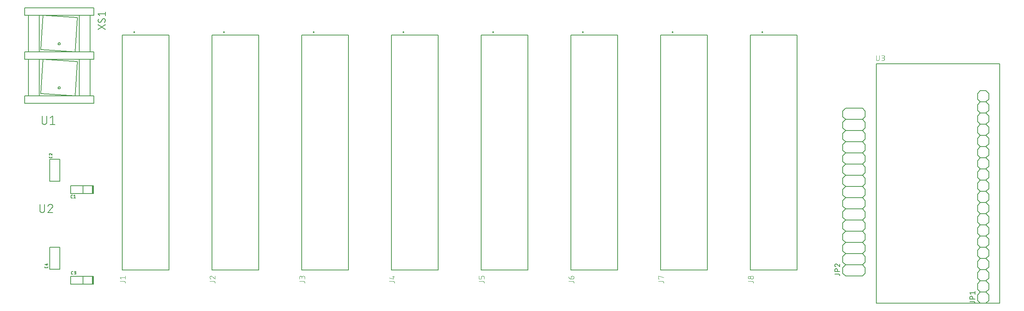
<source format=gbr>
G04 EAGLE Gerber RS-274X export*
G75*
%MOMM*%
%FSLAX34Y34*%
%LPD*%
%INSilkscreen Top*%
%IPPOS*%
%AMOC8*
5,1,8,0,0,1.08239X$1,22.5*%
G01*
%ADD10C,0.127000*%
%ADD11C,0.200000*%
%ADD12C,0.101600*%
%ADD13C,0.150000*%
%ADD14C,0.152400*%
%ADD15C,0.203200*%
%ADD16R,0.450000X1.900000*%


D10*
X328350Y133300D02*
X222450Y133300D01*
X222450Y666700D02*
X328350Y666700D01*
X222450Y666700D02*
X222450Y133300D01*
X328350Y133300D02*
X328350Y666700D01*
D11*
X249000Y673200D02*
X249002Y673263D01*
X249008Y673325D01*
X249018Y673387D01*
X249031Y673449D01*
X249049Y673509D01*
X249070Y673568D01*
X249095Y673626D01*
X249124Y673682D01*
X249156Y673736D01*
X249191Y673788D01*
X249229Y673837D01*
X249271Y673885D01*
X249315Y673929D01*
X249363Y673971D01*
X249412Y674009D01*
X249464Y674044D01*
X249518Y674076D01*
X249574Y674105D01*
X249632Y674130D01*
X249691Y674151D01*
X249751Y674169D01*
X249813Y674182D01*
X249875Y674192D01*
X249937Y674198D01*
X250000Y674200D01*
X250063Y674198D01*
X250125Y674192D01*
X250187Y674182D01*
X250249Y674169D01*
X250309Y674151D01*
X250368Y674130D01*
X250426Y674105D01*
X250482Y674076D01*
X250536Y674044D01*
X250588Y674009D01*
X250637Y673971D01*
X250685Y673929D01*
X250729Y673885D01*
X250771Y673837D01*
X250809Y673788D01*
X250844Y673736D01*
X250876Y673682D01*
X250905Y673626D01*
X250930Y673568D01*
X250951Y673509D01*
X250969Y673449D01*
X250982Y673387D01*
X250992Y673325D01*
X250998Y673263D01*
X251000Y673200D01*
X250998Y673137D01*
X250992Y673075D01*
X250982Y673013D01*
X250969Y672951D01*
X250951Y672891D01*
X250930Y672832D01*
X250905Y672774D01*
X250876Y672718D01*
X250844Y672664D01*
X250809Y672612D01*
X250771Y672563D01*
X250729Y672515D01*
X250685Y672471D01*
X250637Y672429D01*
X250588Y672391D01*
X250536Y672356D01*
X250482Y672324D01*
X250426Y672295D01*
X250368Y672270D01*
X250309Y672249D01*
X250249Y672231D01*
X250187Y672218D01*
X250125Y672208D01*
X250063Y672202D01*
X250000Y672200D01*
X249937Y672202D01*
X249875Y672208D01*
X249813Y672218D01*
X249751Y672231D01*
X249691Y672249D01*
X249632Y672270D01*
X249574Y672295D01*
X249518Y672324D01*
X249464Y672356D01*
X249412Y672391D01*
X249363Y672429D01*
X249315Y672471D01*
X249271Y672515D01*
X249229Y672563D01*
X249191Y672612D01*
X249156Y672664D01*
X249124Y672718D01*
X249095Y672774D01*
X249070Y672832D01*
X249049Y672891D01*
X249031Y672951D01*
X249018Y673013D01*
X249008Y673075D01*
X249002Y673137D01*
X249000Y673200D01*
D12*
X226846Y107703D02*
X217758Y107703D01*
X226846Y107702D02*
X226945Y107700D01*
X227045Y107694D01*
X227144Y107685D01*
X227242Y107672D01*
X227340Y107655D01*
X227438Y107634D01*
X227534Y107609D01*
X227629Y107581D01*
X227723Y107549D01*
X227816Y107514D01*
X227908Y107475D01*
X227998Y107432D01*
X228086Y107387D01*
X228173Y107337D01*
X228257Y107285D01*
X228340Y107229D01*
X228420Y107171D01*
X228498Y107109D01*
X228573Y107044D01*
X228646Y106976D01*
X228716Y106906D01*
X228784Y106833D01*
X228849Y106758D01*
X228911Y106680D01*
X228969Y106600D01*
X229025Y106517D01*
X229077Y106433D01*
X229127Y106346D01*
X229172Y106258D01*
X229215Y106168D01*
X229254Y106076D01*
X229289Y105983D01*
X229321Y105889D01*
X229349Y105794D01*
X229374Y105698D01*
X229395Y105600D01*
X229412Y105502D01*
X229425Y105404D01*
X229434Y105305D01*
X229440Y105205D01*
X229442Y105106D01*
X229442Y103808D01*
X220354Y112976D02*
X217758Y116222D01*
X229442Y116222D01*
X229442Y119467D02*
X229442Y112976D01*
D10*
X425650Y133300D02*
X531550Y133300D01*
X531550Y666700D02*
X425650Y666700D01*
X425650Y133300D01*
X531550Y133300D02*
X531550Y666700D01*
D11*
X452200Y673200D02*
X452202Y673263D01*
X452208Y673325D01*
X452218Y673387D01*
X452231Y673449D01*
X452249Y673509D01*
X452270Y673568D01*
X452295Y673626D01*
X452324Y673682D01*
X452356Y673736D01*
X452391Y673788D01*
X452429Y673837D01*
X452471Y673885D01*
X452515Y673929D01*
X452563Y673971D01*
X452612Y674009D01*
X452664Y674044D01*
X452718Y674076D01*
X452774Y674105D01*
X452832Y674130D01*
X452891Y674151D01*
X452951Y674169D01*
X453013Y674182D01*
X453075Y674192D01*
X453137Y674198D01*
X453200Y674200D01*
X453263Y674198D01*
X453325Y674192D01*
X453387Y674182D01*
X453449Y674169D01*
X453509Y674151D01*
X453568Y674130D01*
X453626Y674105D01*
X453682Y674076D01*
X453736Y674044D01*
X453788Y674009D01*
X453837Y673971D01*
X453885Y673929D01*
X453929Y673885D01*
X453971Y673837D01*
X454009Y673788D01*
X454044Y673736D01*
X454076Y673682D01*
X454105Y673626D01*
X454130Y673568D01*
X454151Y673509D01*
X454169Y673449D01*
X454182Y673387D01*
X454192Y673325D01*
X454198Y673263D01*
X454200Y673200D01*
X454198Y673137D01*
X454192Y673075D01*
X454182Y673013D01*
X454169Y672951D01*
X454151Y672891D01*
X454130Y672832D01*
X454105Y672774D01*
X454076Y672718D01*
X454044Y672664D01*
X454009Y672612D01*
X453971Y672563D01*
X453929Y672515D01*
X453885Y672471D01*
X453837Y672429D01*
X453788Y672391D01*
X453736Y672356D01*
X453682Y672324D01*
X453626Y672295D01*
X453568Y672270D01*
X453509Y672249D01*
X453449Y672231D01*
X453387Y672218D01*
X453325Y672208D01*
X453263Y672202D01*
X453200Y672200D01*
X453137Y672202D01*
X453075Y672208D01*
X453013Y672218D01*
X452951Y672231D01*
X452891Y672249D01*
X452832Y672270D01*
X452774Y672295D01*
X452718Y672324D01*
X452664Y672356D01*
X452612Y672391D01*
X452563Y672429D01*
X452515Y672471D01*
X452471Y672515D01*
X452429Y672563D01*
X452391Y672612D01*
X452356Y672664D01*
X452324Y672718D01*
X452295Y672774D01*
X452270Y672832D01*
X452249Y672891D01*
X452231Y672951D01*
X452218Y673013D01*
X452208Y673075D01*
X452202Y673137D01*
X452200Y673200D01*
D12*
X430046Y107703D02*
X420958Y107703D01*
X430046Y107702D02*
X430145Y107700D01*
X430245Y107694D01*
X430344Y107685D01*
X430442Y107672D01*
X430540Y107655D01*
X430638Y107634D01*
X430734Y107609D01*
X430829Y107581D01*
X430923Y107549D01*
X431016Y107514D01*
X431108Y107475D01*
X431198Y107432D01*
X431286Y107387D01*
X431373Y107337D01*
X431457Y107285D01*
X431540Y107229D01*
X431620Y107171D01*
X431698Y107109D01*
X431773Y107044D01*
X431846Y106976D01*
X431916Y106906D01*
X431984Y106833D01*
X432049Y106758D01*
X432111Y106680D01*
X432169Y106600D01*
X432225Y106517D01*
X432277Y106433D01*
X432327Y106346D01*
X432372Y106258D01*
X432415Y106168D01*
X432454Y106076D01*
X432489Y105983D01*
X432521Y105889D01*
X432549Y105794D01*
X432574Y105698D01*
X432595Y105600D01*
X432612Y105502D01*
X432625Y105404D01*
X432634Y105305D01*
X432640Y105205D01*
X432642Y105106D01*
X432642Y103808D01*
X420958Y116546D02*
X420960Y116653D01*
X420966Y116759D01*
X420976Y116865D01*
X420989Y116971D01*
X421007Y117077D01*
X421028Y117181D01*
X421053Y117285D01*
X421082Y117388D01*
X421114Y117489D01*
X421151Y117589D01*
X421191Y117688D01*
X421234Y117786D01*
X421281Y117882D01*
X421332Y117976D01*
X421386Y118068D01*
X421443Y118158D01*
X421503Y118246D01*
X421567Y118331D01*
X421634Y118414D01*
X421704Y118495D01*
X421776Y118573D01*
X421852Y118649D01*
X421930Y118721D01*
X422011Y118791D01*
X422094Y118858D01*
X422179Y118922D01*
X422267Y118982D01*
X422357Y119039D01*
X422449Y119093D01*
X422543Y119144D01*
X422639Y119191D01*
X422737Y119234D01*
X422836Y119274D01*
X422936Y119311D01*
X423037Y119343D01*
X423140Y119372D01*
X423244Y119397D01*
X423348Y119418D01*
X423454Y119436D01*
X423560Y119449D01*
X423666Y119459D01*
X423772Y119465D01*
X423879Y119467D01*
X420958Y116546D02*
X420960Y116425D01*
X420966Y116304D01*
X420976Y116184D01*
X420989Y116063D01*
X421007Y115944D01*
X421028Y115824D01*
X421053Y115706D01*
X421082Y115589D01*
X421115Y115472D01*
X421151Y115357D01*
X421192Y115243D01*
X421235Y115130D01*
X421283Y115018D01*
X421334Y114909D01*
X421389Y114801D01*
X421447Y114694D01*
X421508Y114590D01*
X421573Y114488D01*
X421641Y114388D01*
X421712Y114290D01*
X421786Y114194D01*
X421863Y114101D01*
X421944Y114011D01*
X422027Y113923D01*
X422113Y113838D01*
X422202Y113755D01*
X422293Y113676D01*
X422387Y113599D01*
X422483Y113526D01*
X422581Y113456D01*
X422682Y113389D01*
X422785Y113325D01*
X422890Y113265D01*
X422997Y113207D01*
X423105Y113154D01*
X423215Y113104D01*
X423327Y113058D01*
X423440Y113015D01*
X423555Y112976D01*
X426151Y118493D02*
X426073Y118572D01*
X425993Y118648D01*
X425910Y118721D01*
X425824Y118791D01*
X425737Y118858D01*
X425646Y118922D01*
X425554Y118982D01*
X425460Y119040D01*
X425363Y119094D01*
X425265Y119144D01*
X425165Y119191D01*
X425064Y119235D01*
X424961Y119275D01*
X424856Y119311D01*
X424751Y119343D01*
X424644Y119372D01*
X424537Y119397D01*
X424428Y119419D01*
X424319Y119436D01*
X424210Y119450D01*
X424100Y119459D01*
X423989Y119465D01*
X423879Y119467D01*
X426151Y118494D02*
X432642Y112976D01*
X432642Y119467D01*
D10*
X628850Y133300D02*
X734750Y133300D01*
X734750Y666700D02*
X628850Y666700D01*
X628850Y133300D01*
X734750Y133300D02*
X734750Y666700D01*
D11*
X655400Y673200D02*
X655402Y673263D01*
X655408Y673325D01*
X655418Y673387D01*
X655431Y673449D01*
X655449Y673509D01*
X655470Y673568D01*
X655495Y673626D01*
X655524Y673682D01*
X655556Y673736D01*
X655591Y673788D01*
X655629Y673837D01*
X655671Y673885D01*
X655715Y673929D01*
X655763Y673971D01*
X655812Y674009D01*
X655864Y674044D01*
X655918Y674076D01*
X655974Y674105D01*
X656032Y674130D01*
X656091Y674151D01*
X656151Y674169D01*
X656213Y674182D01*
X656275Y674192D01*
X656337Y674198D01*
X656400Y674200D01*
X656463Y674198D01*
X656525Y674192D01*
X656587Y674182D01*
X656649Y674169D01*
X656709Y674151D01*
X656768Y674130D01*
X656826Y674105D01*
X656882Y674076D01*
X656936Y674044D01*
X656988Y674009D01*
X657037Y673971D01*
X657085Y673929D01*
X657129Y673885D01*
X657171Y673837D01*
X657209Y673788D01*
X657244Y673736D01*
X657276Y673682D01*
X657305Y673626D01*
X657330Y673568D01*
X657351Y673509D01*
X657369Y673449D01*
X657382Y673387D01*
X657392Y673325D01*
X657398Y673263D01*
X657400Y673200D01*
X657398Y673137D01*
X657392Y673075D01*
X657382Y673013D01*
X657369Y672951D01*
X657351Y672891D01*
X657330Y672832D01*
X657305Y672774D01*
X657276Y672718D01*
X657244Y672664D01*
X657209Y672612D01*
X657171Y672563D01*
X657129Y672515D01*
X657085Y672471D01*
X657037Y672429D01*
X656988Y672391D01*
X656936Y672356D01*
X656882Y672324D01*
X656826Y672295D01*
X656768Y672270D01*
X656709Y672249D01*
X656649Y672231D01*
X656587Y672218D01*
X656525Y672208D01*
X656463Y672202D01*
X656400Y672200D01*
X656337Y672202D01*
X656275Y672208D01*
X656213Y672218D01*
X656151Y672231D01*
X656091Y672249D01*
X656032Y672270D01*
X655974Y672295D01*
X655918Y672324D01*
X655864Y672356D01*
X655812Y672391D01*
X655763Y672429D01*
X655715Y672471D01*
X655671Y672515D01*
X655629Y672563D01*
X655591Y672612D01*
X655556Y672664D01*
X655524Y672718D01*
X655495Y672774D01*
X655470Y672832D01*
X655449Y672891D01*
X655431Y672951D01*
X655418Y673013D01*
X655408Y673075D01*
X655402Y673137D01*
X655400Y673200D01*
D12*
X633246Y107703D02*
X624158Y107703D01*
X633246Y107702D02*
X633345Y107700D01*
X633445Y107694D01*
X633544Y107685D01*
X633642Y107672D01*
X633740Y107655D01*
X633838Y107634D01*
X633934Y107609D01*
X634029Y107581D01*
X634123Y107549D01*
X634216Y107514D01*
X634308Y107475D01*
X634398Y107432D01*
X634486Y107387D01*
X634573Y107337D01*
X634657Y107285D01*
X634740Y107229D01*
X634820Y107171D01*
X634898Y107109D01*
X634973Y107044D01*
X635046Y106976D01*
X635116Y106906D01*
X635184Y106833D01*
X635249Y106758D01*
X635311Y106680D01*
X635369Y106600D01*
X635425Y106517D01*
X635477Y106433D01*
X635527Y106346D01*
X635572Y106258D01*
X635615Y106168D01*
X635654Y106076D01*
X635689Y105983D01*
X635721Y105889D01*
X635749Y105794D01*
X635774Y105698D01*
X635795Y105600D01*
X635812Y105502D01*
X635825Y105404D01*
X635834Y105305D01*
X635840Y105205D01*
X635842Y105106D01*
X635842Y103808D01*
X635842Y112976D02*
X635842Y116222D01*
X635840Y116335D01*
X635834Y116448D01*
X635824Y116561D01*
X635810Y116674D01*
X635793Y116786D01*
X635771Y116897D01*
X635746Y117007D01*
X635716Y117117D01*
X635683Y117225D01*
X635646Y117332D01*
X635606Y117438D01*
X635561Y117542D01*
X635513Y117645D01*
X635462Y117746D01*
X635407Y117845D01*
X635349Y117942D01*
X635287Y118037D01*
X635222Y118130D01*
X635154Y118220D01*
X635083Y118308D01*
X635008Y118394D01*
X634931Y118477D01*
X634851Y118557D01*
X634768Y118634D01*
X634682Y118709D01*
X634594Y118780D01*
X634504Y118848D01*
X634411Y118913D01*
X634316Y118975D01*
X634219Y119033D01*
X634120Y119088D01*
X634019Y119139D01*
X633916Y119187D01*
X633812Y119232D01*
X633706Y119272D01*
X633599Y119309D01*
X633491Y119342D01*
X633381Y119372D01*
X633271Y119397D01*
X633160Y119419D01*
X633048Y119436D01*
X632935Y119450D01*
X632822Y119460D01*
X632709Y119466D01*
X632596Y119468D01*
X632483Y119466D01*
X632370Y119460D01*
X632257Y119450D01*
X632144Y119436D01*
X632032Y119419D01*
X631921Y119397D01*
X631811Y119372D01*
X631701Y119342D01*
X631593Y119309D01*
X631486Y119272D01*
X631380Y119232D01*
X631276Y119187D01*
X631173Y119139D01*
X631072Y119088D01*
X630973Y119033D01*
X630876Y118975D01*
X630781Y118913D01*
X630688Y118848D01*
X630598Y118780D01*
X630510Y118709D01*
X630424Y118634D01*
X630341Y118557D01*
X630261Y118477D01*
X630184Y118394D01*
X630109Y118308D01*
X630038Y118220D01*
X629970Y118130D01*
X629905Y118037D01*
X629843Y117942D01*
X629785Y117845D01*
X629730Y117746D01*
X629679Y117645D01*
X629631Y117542D01*
X629586Y117438D01*
X629546Y117332D01*
X629509Y117225D01*
X629476Y117117D01*
X629446Y117007D01*
X629421Y116897D01*
X629399Y116786D01*
X629382Y116674D01*
X629368Y116561D01*
X629358Y116448D01*
X629352Y116335D01*
X629350Y116222D01*
X624158Y116871D02*
X624158Y112976D01*
X624158Y116871D02*
X624160Y116972D01*
X624166Y117072D01*
X624176Y117172D01*
X624189Y117272D01*
X624207Y117371D01*
X624228Y117470D01*
X624253Y117567D01*
X624282Y117664D01*
X624315Y117759D01*
X624351Y117853D01*
X624391Y117945D01*
X624434Y118036D01*
X624481Y118125D01*
X624531Y118212D01*
X624585Y118298D01*
X624642Y118381D01*
X624702Y118461D01*
X624765Y118540D01*
X624832Y118616D01*
X624901Y118689D01*
X624973Y118759D01*
X625047Y118827D01*
X625124Y118892D01*
X625204Y118953D01*
X625286Y119012D01*
X625370Y119067D01*
X625456Y119119D01*
X625544Y119168D01*
X625634Y119213D01*
X625726Y119255D01*
X625819Y119293D01*
X625914Y119327D01*
X626009Y119358D01*
X626106Y119385D01*
X626204Y119408D01*
X626303Y119428D01*
X626403Y119443D01*
X626503Y119455D01*
X626603Y119463D01*
X626704Y119467D01*
X626804Y119467D01*
X626905Y119463D01*
X627005Y119455D01*
X627105Y119443D01*
X627205Y119428D01*
X627304Y119408D01*
X627402Y119385D01*
X627499Y119358D01*
X627594Y119327D01*
X627689Y119293D01*
X627782Y119255D01*
X627874Y119213D01*
X627964Y119168D01*
X628052Y119119D01*
X628138Y119067D01*
X628222Y119012D01*
X628304Y118953D01*
X628384Y118892D01*
X628461Y118827D01*
X628535Y118759D01*
X628607Y118689D01*
X628676Y118616D01*
X628743Y118540D01*
X628806Y118461D01*
X628866Y118381D01*
X628923Y118298D01*
X628977Y118212D01*
X629027Y118125D01*
X629074Y118036D01*
X629117Y117945D01*
X629157Y117853D01*
X629193Y117759D01*
X629226Y117664D01*
X629255Y117567D01*
X629280Y117470D01*
X629301Y117371D01*
X629319Y117272D01*
X629332Y117172D01*
X629342Y117072D01*
X629348Y116972D01*
X629350Y116871D01*
X629351Y116871D02*
X629351Y114274D01*
D10*
X832050Y133300D02*
X937950Y133300D01*
X937950Y666700D02*
X832050Y666700D01*
X832050Y133300D01*
X937950Y133300D02*
X937950Y666700D01*
D11*
X858600Y673200D02*
X858602Y673263D01*
X858608Y673325D01*
X858618Y673387D01*
X858631Y673449D01*
X858649Y673509D01*
X858670Y673568D01*
X858695Y673626D01*
X858724Y673682D01*
X858756Y673736D01*
X858791Y673788D01*
X858829Y673837D01*
X858871Y673885D01*
X858915Y673929D01*
X858963Y673971D01*
X859012Y674009D01*
X859064Y674044D01*
X859118Y674076D01*
X859174Y674105D01*
X859232Y674130D01*
X859291Y674151D01*
X859351Y674169D01*
X859413Y674182D01*
X859475Y674192D01*
X859537Y674198D01*
X859600Y674200D01*
X859663Y674198D01*
X859725Y674192D01*
X859787Y674182D01*
X859849Y674169D01*
X859909Y674151D01*
X859968Y674130D01*
X860026Y674105D01*
X860082Y674076D01*
X860136Y674044D01*
X860188Y674009D01*
X860237Y673971D01*
X860285Y673929D01*
X860329Y673885D01*
X860371Y673837D01*
X860409Y673788D01*
X860444Y673736D01*
X860476Y673682D01*
X860505Y673626D01*
X860530Y673568D01*
X860551Y673509D01*
X860569Y673449D01*
X860582Y673387D01*
X860592Y673325D01*
X860598Y673263D01*
X860600Y673200D01*
X860598Y673137D01*
X860592Y673075D01*
X860582Y673013D01*
X860569Y672951D01*
X860551Y672891D01*
X860530Y672832D01*
X860505Y672774D01*
X860476Y672718D01*
X860444Y672664D01*
X860409Y672612D01*
X860371Y672563D01*
X860329Y672515D01*
X860285Y672471D01*
X860237Y672429D01*
X860188Y672391D01*
X860136Y672356D01*
X860082Y672324D01*
X860026Y672295D01*
X859968Y672270D01*
X859909Y672249D01*
X859849Y672231D01*
X859787Y672218D01*
X859725Y672208D01*
X859663Y672202D01*
X859600Y672200D01*
X859537Y672202D01*
X859475Y672208D01*
X859413Y672218D01*
X859351Y672231D01*
X859291Y672249D01*
X859232Y672270D01*
X859174Y672295D01*
X859118Y672324D01*
X859064Y672356D01*
X859012Y672391D01*
X858963Y672429D01*
X858915Y672471D01*
X858871Y672515D01*
X858829Y672563D01*
X858791Y672612D01*
X858756Y672664D01*
X858724Y672718D01*
X858695Y672774D01*
X858670Y672832D01*
X858649Y672891D01*
X858631Y672951D01*
X858618Y673013D01*
X858608Y673075D01*
X858602Y673137D01*
X858600Y673200D01*
D12*
X836446Y107703D02*
X827358Y107703D01*
X836446Y107702D02*
X836545Y107700D01*
X836645Y107694D01*
X836744Y107685D01*
X836842Y107672D01*
X836940Y107655D01*
X837038Y107634D01*
X837134Y107609D01*
X837229Y107581D01*
X837323Y107549D01*
X837416Y107514D01*
X837508Y107475D01*
X837598Y107432D01*
X837686Y107387D01*
X837773Y107337D01*
X837857Y107285D01*
X837940Y107229D01*
X838020Y107171D01*
X838098Y107109D01*
X838173Y107044D01*
X838246Y106976D01*
X838316Y106906D01*
X838384Y106833D01*
X838449Y106758D01*
X838511Y106680D01*
X838569Y106600D01*
X838625Y106517D01*
X838677Y106433D01*
X838727Y106346D01*
X838772Y106258D01*
X838815Y106168D01*
X838854Y106076D01*
X838889Y105983D01*
X838921Y105889D01*
X838949Y105794D01*
X838974Y105698D01*
X838995Y105600D01*
X839012Y105502D01*
X839025Y105404D01*
X839034Y105305D01*
X839040Y105205D01*
X839042Y105106D01*
X839042Y103808D01*
X836446Y112976D02*
X827358Y115573D01*
X836446Y112976D02*
X836446Y119467D01*
X833849Y117520D02*
X839042Y117520D01*
D10*
X1035250Y133300D02*
X1141150Y133300D01*
X1141150Y666700D02*
X1035250Y666700D01*
X1035250Y133300D01*
X1141150Y133300D02*
X1141150Y666700D01*
D11*
X1061800Y673200D02*
X1061802Y673263D01*
X1061808Y673325D01*
X1061818Y673387D01*
X1061831Y673449D01*
X1061849Y673509D01*
X1061870Y673568D01*
X1061895Y673626D01*
X1061924Y673682D01*
X1061956Y673736D01*
X1061991Y673788D01*
X1062029Y673837D01*
X1062071Y673885D01*
X1062115Y673929D01*
X1062163Y673971D01*
X1062212Y674009D01*
X1062264Y674044D01*
X1062318Y674076D01*
X1062374Y674105D01*
X1062432Y674130D01*
X1062491Y674151D01*
X1062551Y674169D01*
X1062613Y674182D01*
X1062675Y674192D01*
X1062737Y674198D01*
X1062800Y674200D01*
X1062863Y674198D01*
X1062925Y674192D01*
X1062987Y674182D01*
X1063049Y674169D01*
X1063109Y674151D01*
X1063168Y674130D01*
X1063226Y674105D01*
X1063282Y674076D01*
X1063336Y674044D01*
X1063388Y674009D01*
X1063437Y673971D01*
X1063485Y673929D01*
X1063529Y673885D01*
X1063571Y673837D01*
X1063609Y673788D01*
X1063644Y673736D01*
X1063676Y673682D01*
X1063705Y673626D01*
X1063730Y673568D01*
X1063751Y673509D01*
X1063769Y673449D01*
X1063782Y673387D01*
X1063792Y673325D01*
X1063798Y673263D01*
X1063800Y673200D01*
X1063798Y673137D01*
X1063792Y673075D01*
X1063782Y673013D01*
X1063769Y672951D01*
X1063751Y672891D01*
X1063730Y672832D01*
X1063705Y672774D01*
X1063676Y672718D01*
X1063644Y672664D01*
X1063609Y672612D01*
X1063571Y672563D01*
X1063529Y672515D01*
X1063485Y672471D01*
X1063437Y672429D01*
X1063388Y672391D01*
X1063336Y672356D01*
X1063282Y672324D01*
X1063226Y672295D01*
X1063168Y672270D01*
X1063109Y672249D01*
X1063049Y672231D01*
X1062987Y672218D01*
X1062925Y672208D01*
X1062863Y672202D01*
X1062800Y672200D01*
X1062737Y672202D01*
X1062675Y672208D01*
X1062613Y672218D01*
X1062551Y672231D01*
X1062491Y672249D01*
X1062432Y672270D01*
X1062374Y672295D01*
X1062318Y672324D01*
X1062264Y672356D01*
X1062212Y672391D01*
X1062163Y672429D01*
X1062115Y672471D01*
X1062071Y672515D01*
X1062029Y672563D01*
X1061991Y672612D01*
X1061956Y672664D01*
X1061924Y672718D01*
X1061895Y672774D01*
X1061870Y672832D01*
X1061849Y672891D01*
X1061831Y672951D01*
X1061818Y673013D01*
X1061808Y673075D01*
X1061802Y673137D01*
X1061800Y673200D01*
D12*
X1039646Y107703D02*
X1030558Y107703D01*
X1039646Y107702D02*
X1039745Y107700D01*
X1039845Y107694D01*
X1039944Y107685D01*
X1040042Y107672D01*
X1040140Y107655D01*
X1040238Y107634D01*
X1040334Y107609D01*
X1040429Y107581D01*
X1040523Y107549D01*
X1040616Y107514D01*
X1040708Y107475D01*
X1040798Y107432D01*
X1040886Y107387D01*
X1040973Y107337D01*
X1041057Y107285D01*
X1041140Y107229D01*
X1041220Y107171D01*
X1041298Y107109D01*
X1041373Y107044D01*
X1041446Y106976D01*
X1041516Y106906D01*
X1041584Y106833D01*
X1041649Y106758D01*
X1041711Y106680D01*
X1041769Y106600D01*
X1041825Y106517D01*
X1041877Y106433D01*
X1041927Y106346D01*
X1041972Y106258D01*
X1042015Y106168D01*
X1042054Y106076D01*
X1042089Y105983D01*
X1042121Y105889D01*
X1042149Y105794D01*
X1042174Y105698D01*
X1042195Y105600D01*
X1042212Y105502D01*
X1042225Y105404D01*
X1042234Y105305D01*
X1042240Y105205D01*
X1042242Y105106D01*
X1042242Y103808D01*
X1042242Y112976D02*
X1042242Y116871D01*
X1042240Y116970D01*
X1042234Y117070D01*
X1042225Y117169D01*
X1042212Y117267D01*
X1042195Y117365D01*
X1042174Y117463D01*
X1042149Y117559D01*
X1042121Y117654D01*
X1042089Y117748D01*
X1042054Y117841D01*
X1042015Y117933D01*
X1041972Y118023D01*
X1041927Y118111D01*
X1041877Y118198D01*
X1041825Y118282D01*
X1041769Y118365D01*
X1041711Y118445D01*
X1041649Y118523D01*
X1041584Y118598D01*
X1041516Y118671D01*
X1041446Y118741D01*
X1041373Y118809D01*
X1041298Y118874D01*
X1041220Y118936D01*
X1041140Y118994D01*
X1041057Y119050D01*
X1040973Y119102D01*
X1040886Y119152D01*
X1040798Y119197D01*
X1040708Y119240D01*
X1040616Y119279D01*
X1040523Y119314D01*
X1040429Y119346D01*
X1040334Y119374D01*
X1040238Y119399D01*
X1040140Y119420D01*
X1040042Y119437D01*
X1039944Y119450D01*
X1039845Y119459D01*
X1039745Y119465D01*
X1039646Y119467D01*
X1038347Y119467D01*
X1038248Y119465D01*
X1038148Y119459D01*
X1038049Y119450D01*
X1037951Y119437D01*
X1037853Y119420D01*
X1037755Y119399D01*
X1037659Y119374D01*
X1037564Y119346D01*
X1037470Y119314D01*
X1037377Y119279D01*
X1037285Y119240D01*
X1037195Y119197D01*
X1037107Y119152D01*
X1037020Y119102D01*
X1036936Y119050D01*
X1036853Y118994D01*
X1036773Y118936D01*
X1036695Y118874D01*
X1036620Y118809D01*
X1036547Y118741D01*
X1036477Y118671D01*
X1036409Y118598D01*
X1036344Y118523D01*
X1036282Y118445D01*
X1036224Y118365D01*
X1036168Y118282D01*
X1036116Y118198D01*
X1036066Y118111D01*
X1036021Y118023D01*
X1035978Y117933D01*
X1035939Y117841D01*
X1035904Y117748D01*
X1035872Y117654D01*
X1035844Y117559D01*
X1035819Y117463D01*
X1035798Y117365D01*
X1035781Y117267D01*
X1035768Y117169D01*
X1035759Y117070D01*
X1035753Y116970D01*
X1035751Y116871D01*
X1035751Y112976D01*
X1030558Y112976D01*
X1030558Y119467D01*
D10*
X1238450Y133300D02*
X1344350Y133300D01*
X1344350Y666700D02*
X1238450Y666700D01*
X1238450Y133300D01*
X1344350Y133300D02*
X1344350Y666700D01*
D11*
X1265000Y673200D02*
X1265002Y673263D01*
X1265008Y673325D01*
X1265018Y673387D01*
X1265031Y673449D01*
X1265049Y673509D01*
X1265070Y673568D01*
X1265095Y673626D01*
X1265124Y673682D01*
X1265156Y673736D01*
X1265191Y673788D01*
X1265229Y673837D01*
X1265271Y673885D01*
X1265315Y673929D01*
X1265363Y673971D01*
X1265412Y674009D01*
X1265464Y674044D01*
X1265518Y674076D01*
X1265574Y674105D01*
X1265632Y674130D01*
X1265691Y674151D01*
X1265751Y674169D01*
X1265813Y674182D01*
X1265875Y674192D01*
X1265937Y674198D01*
X1266000Y674200D01*
X1266063Y674198D01*
X1266125Y674192D01*
X1266187Y674182D01*
X1266249Y674169D01*
X1266309Y674151D01*
X1266368Y674130D01*
X1266426Y674105D01*
X1266482Y674076D01*
X1266536Y674044D01*
X1266588Y674009D01*
X1266637Y673971D01*
X1266685Y673929D01*
X1266729Y673885D01*
X1266771Y673837D01*
X1266809Y673788D01*
X1266844Y673736D01*
X1266876Y673682D01*
X1266905Y673626D01*
X1266930Y673568D01*
X1266951Y673509D01*
X1266969Y673449D01*
X1266982Y673387D01*
X1266992Y673325D01*
X1266998Y673263D01*
X1267000Y673200D01*
X1266998Y673137D01*
X1266992Y673075D01*
X1266982Y673013D01*
X1266969Y672951D01*
X1266951Y672891D01*
X1266930Y672832D01*
X1266905Y672774D01*
X1266876Y672718D01*
X1266844Y672664D01*
X1266809Y672612D01*
X1266771Y672563D01*
X1266729Y672515D01*
X1266685Y672471D01*
X1266637Y672429D01*
X1266588Y672391D01*
X1266536Y672356D01*
X1266482Y672324D01*
X1266426Y672295D01*
X1266368Y672270D01*
X1266309Y672249D01*
X1266249Y672231D01*
X1266187Y672218D01*
X1266125Y672208D01*
X1266063Y672202D01*
X1266000Y672200D01*
X1265937Y672202D01*
X1265875Y672208D01*
X1265813Y672218D01*
X1265751Y672231D01*
X1265691Y672249D01*
X1265632Y672270D01*
X1265574Y672295D01*
X1265518Y672324D01*
X1265464Y672356D01*
X1265412Y672391D01*
X1265363Y672429D01*
X1265315Y672471D01*
X1265271Y672515D01*
X1265229Y672563D01*
X1265191Y672612D01*
X1265156Y672664D01*
X1265124Y672718D01*
X1265095Y672774D01*
X1265070Y672832D01*
X1265049Y672891D01*
X1265031Y672951D01*
X1265018Y673013D01*
X1265008Y673075D01*
X1265002Y673137D01*
X1265000Y673200D01*
D12*
X1242846Y107703D02*
X1233758Y107703D01*
X1242846Y107702D02*
X1242945Y107700D01*
X1243045Y107694D01*
X1243144Y107685D01*
X1243242Y107672D01*
X1243340Y107655D01*
X1243438Y107634D01*
X1243534Y107609D01*
X1243629Y107581D01*
X1243723Y107549D01*
X1243816Y107514D01*
X1243908Y107475D01*
X1243998Y107432D01*
X1244086Y107387D01*
X1244173Y107337D01*
X1244257Y107285D01*
X1244340Y107229D01*
X1244420Y107171D01*
X1244498Y107109D01*
X1244573Y107044D01*
X1244646Y106976D01*
X1244716Y106906D01*
X1244784Y106833D01*
X1244849Y106758D01*
X1244911Y106680D01*
X1244969Y106600D01*
X1245025Y106517D01*
X1245077Y106433D01*
X1245127Y106346D01*
X1245172Y106258D01*
X1245215Y106168D01*
X1245254Y106076D01*
X1245289Y105983D01*
X1245321Y105889D01*
X1245349Y105794D01*
X1245374Y105698D01*
X1245395Y105600D01*
X1245412Y105502D01*
X1245425Y105404D01*
X1245434Y105305D01*
X1245440Y105205D01*
X1245442Y105106D01*
X1245442Y103808D01*
X1238951Y112976D02*
X1238951Y116871D01*
X1238953Y116970D01*
X1238959Y117070D01*
X1238968Y117169D01*
X1238981Y117267D01*
X1238998Y117365D01*
X1239019Y117463D01*
X1239044Y117559D01*
X1239072Y117654D01*
X1239104Y117748D01*
X1239139Y117841D01*
X1239178Y117933D01*
X1239221Y118023D01*
X1239266Y118111D01*
X1239316Y118198D01*
X1239368Y118282D01*
X1239424Y118365D01*
X1239482Y118445D01*
X1239544Y118523D01*
X1239609Y118598D01*
X1239677Y118671D01*
X1239747Y118741D01*
X1239820Y118809D01*
X1239895Y118874D01*
X1239973Y118936D01*
X1240053Y118994D01*
X1240136Y119050D01*
X1240220Y119102D01*
X1240307Y119152D01*
X1240395Y119197D01*
X1240485Y119240D01*
X1240577Y119279D01*
X1240670Y119314D01*
X1240764Y119346D01*
X1240859Y119374D01*
X1240955Y119399D01*
X1241053Y119420D01*
X1241151Y119437D01*
X1241249Y119450D01*
X1241348Y119459D01*
X1241448Y119465D01*
X1241547Y119467D01*
X1242196Y119467D01*
X1242196Y119468D02*
X1242309Y119466D01*
X1242422Y119460D01*
X1242535Y119450D01*
X1242648Y119436D01*
X1242760Y119419D01*
X1242871Y119397D01*
X1242981Y119372D01*
X1243091Y119342D01*
X1243199Y119309D01*
X1243306Y119272D01*
X1243412Y119232D01*
X1243516Y119187D01*
X1243619Y119139D01*
X1243720Y119088D01*
X1243819Y119033D01*
X1243916Y118975D01*
X1244011Y118913D01*
X1244104Y118848D01*
X1244194Y118780D01*
X1244282Y118709D01*
X1244368Y118634D01*
X1244451Y118557D01*
X1244531Y118477D01*
X1244608Y118394D01*
X1244683Y118308D01*
X1244754Y118220D01*
X1244822Y118130D01*
X1244887Y118037D01*
X1244949Y117942D01*
X1245007Y117845D01*
X1245062Y117746D01*
X1245113Y117645D01*
X1245161Y117542D01*
X1245206Y117438D01*
X1245246Y117332D01*
X1245283Y117225D01*
X1245316Y117117D01*
X1245346Y117007D01*
X1245371Y116897D01*
X1245393Y116786D01*
X1245410Y116674D01*
X1245424Y116561D01*
X1245434Y116448D01*
X1245440Y116335D01*
X1245442Y116222D01*
X1245440Y116109D01*
X1245434Y115996D01*
X1245424Y115883D01*
X1245410Y115770D01*
X1245393Y115658D01*
X1245371Y115547D01*
X1245346Y115437D01*
X1245316Y115327D01*
X1245283Y115219D01*
X1245246Y115112D01*
X1245206Y115006D01*
X1245161Y114902D01*
X1245113Y114799D01*
X1245062Y114698D01*
X1245007Y114599D01*
X1244949Y114502D01*
X1244887Y114407D01*
X1244822Y114314D01*
X1244754Y114224D01*
X1244683Y114136D01*
X1244608Y114050D01*
X1244531Y113967D01*
X1244451Y113887D01*
X1244368Y113810D01*
X1244282Y113735D01*
X1244194Y113664D01*
X1244104Y113596D01*
X1244011Y113531D01*
X1243916Y113469D01*
X1243819Y113411D01*
X1243720Y113356D01*
X1243619Y113305D01*
X1243516Y113257D01*
X1243412Y113212D01*
X1243306Y113172D01*
X1243199Y113135D01*
X1243091Y113102D01*
X1242981Y113072D01*
X1242871Y113047D01*
X1242760Y113025D01*
X1242648Y113008D01*
X1242535Y112994D01*
X1242422Y112984D01*
X1242309Y112978D01*
X1242196Y112976D01*
X1238951Y112976D01*
X1238808Y112978D01*
X1238665Y112984D01*
X1238522Y112994D01*
X1238380Y113008D01*
X1238238Y113025D01*
X1238096Y113047D01*
X1237955Y113072D01*
X1237815Y113102D01*
X1237676Y113135D01*
X1237538Y113172D01*
X1237401Y113213D01*
X1237265Y113257D01*
X1237130Y113306D01*
X1236997Y113358D01*
X1236865Y113413D01*
X1236735Y113473D01*
X1236606Y113536D01*
X1236479Y113602D01*
X1236355Y113672D01*
X1236232Y113745D01*
X1236111Y113822D01*
X1235992Y113901D01*
X1235876Y113985D01*
X1235761Y114071D01*
X1235650Y114160D01*
X1235541Y114253D01*
X1235434Y114348D01*
X1235330Y114447D01*
X1235229Y114548D01*
X1235130Y114652D01*
X1235035Y114758D01*
X1234942Y114868D01*
X1234853Y114979D01*
X1234767Y115093D01*
X1234684Y115210D01*
X1234604Y115329D01*
X1234527Y115450D01*
X1234454Y115572D01*
X1234384Y115697D01*
X1234318Y115824D01*
X1234255Y115953D01*
X1234195Y116083D01*
X1234140Y116215D01*
X1234088Y116348D01*
X1234039Y116483D01*
X1233995Y116619D01*
X1233954Y116756D01*
X1233917Y116894D01*
X1233884Y117033D01*
X1233854Y117173D01*
X1233829Y117314D01*
X1233807Y117456D01*
X1233790Y117598D01*
X1233776Y117740D01*
X1233766Y117883D01*
X1233760Y118026D01*
X1233758Y118169D01*
D10*
X1441650Y133300D02*
X1547550Y133300D01*
X1547550Y666700D02*
X1441650Y666700D01*
X1441650Y133300D01*
X1547550Y133300D02*
X1547550Y666700D01*
D11*
X1468200Y673200D02*
X1468202Y673263D01*
X1468208Y673325D01*
X1468218Y673387D01*
X1468231Y673449D01*
X1468249Y673509D01*
X1468270Y673568D01*
X1468295Y673626D01*
X1468324Y673682D01*
X1468356Y673736D01*
X1468391Y673788D01*
X1468429Y673837D01*
X1468471Y673885D01*
X1468515Y673929D01*
X1468563Y673971D01*
X1468612Y674009D01*
X1468664Y674044D01*
X1468718Y674076D01*
X1468774Y674105D01*
X1468832Y674130D01*
X1468891Y674151D01*
X1468951Y674169D01*
X1469013Y674182D01*
X1469075Y674192D01*
X1469137Y674198D01*
X1469200Y674200D01*
X1469263Y674198D01*
X1469325Y674192D01*
X1469387Y674182D01*
X1469449Y674169D01*
X1469509Y674151D01*
X1469568Y674130D01*
X1469626Y674105D01*
X1469682Y674076D01*
X1469736Y674044D01*
X1469788Y674009D01*
X1469837Y673971D01*
X1469885Y673929D01*
X1469929Y673885D01*
X1469971Y673837D01*
X1470009Y673788D01*
X1470044Y673736D01*
X1470076Y673682D01*
X1470105Y673626D01*
X1470130Y673568D01*
X1470151Y673509D01*
X1470169Y673449D01*
X1470182Y673387D01*
X1470192Y673325D01*
X1470198Y673263D01*
X1470200Y673200D01*
X1470198Y673137D01*
X1470192Y673075D01*
X1470182Y673013D01*
X1470169Y672951D01*
X1470151Y672891D01*
X1470130Y672832D01*
X1470105Y672774D01*
X1470076Y672718D01*
X1470044Y672664D01*
X1470009Y672612D01*
X1469971Y672563D01*
X1469929Y672515D01*
X1469885Y672471D01*
X1469837Y672429D01*
X1469788Y672391D01*
X1469736Y672356D01*
X1469682Y672324D01*
X1469626Y672295D01*
X1469568Y672270D01*
X1469509Y672249D01*
X1469449Y672231D01*
X1469387Y672218D01*
X1469325Y672208D01*
X1469263Y672202D01*
X1469200Y672200D01*
X1469137Y672202D01*
X1469075Y672208D01*
X1469013Y672218D01*
X1468951Y672231D01*
X1468891Y672249D01*
X1468832Y672270D01*
X1468774Y672295D01*
X1468718Y672324D01*
X1468664Y672356D01*
X1468612Y672391D01*
X1468563Y672429D01*
X1468515Y672471D01*
X1468471Y672515D01*
X1468429Y672563D01*
X1468391Y672612D01*
X1468356Y672664D01*
X1468324Y672718D01*
X1468295Y672774D01*
X1468270Y672832D01*
X1468249Y672891D01*
X1468231Y672951D01*
X1468218Y673013D01*
X1468208Y673075D01*
X1468202Y673137D01*
X1468200Y673200D01*
D12*
X1446046Y107703D02*
X1436958Y107703D01*
X1446046Y107702D02*
X1446145Y107700D01*
X1446245Y107694D01*
X1446344Y107685D01*
X1446442Y107672D01*
X1446540Y107655D01*
X1446638Y107634D01*
X1446734Y107609D01*
X1446829Y107581D01*
X1446923Y107549D01*
X1447016Y107514D01*
X1447108Y107475D01*
X1447198Y107432D01*
X1447286Y107387D01*
X1447373Y107337D01*
X1447457Y107285D01*
X1447540Y107229D01*
X1447620Y107171D01*
X1447698Y107109D01*
X1447773Y107044D01*
X1447846Y106976D01*
X1447916Y106906D01*
X1447984Y106833D01*
X1448049Y106758D01*
X1448111Y106680D01*
X1448169Y106600D01*
X1448225Y106517D01*
X1448277Y106433D01*
X1448327Y106346D01*
X1448372Y106258D01*
X1448415Y106168D01*
X1448454Y106076D01*
X1448489Y105983D01*
X1448521Y105889D01*
X1448549Y105794D01*
X1448574Y105698D01*
X1448595Y105600D01*
X1448612Y105502D01*
X1448625Y105404D01*
X1448634Y105305D01*
X1448640Y105205D01*
X1448642Y105106D01*
X1448642Y103808D01*
X1438256Y112976D02*
X1436958Y112976D01*
X1436958Y119467D01*
X1448642Y116222D01*
D10*
X1644850Y133300D02*
X1750750Y133300D01*
X1750750Y666700D02*
X1644850Y666700D01*
X1644850Y133300D01*
X1750750Y133300D02*
X1750750Y666700D01*
D11*
X1671400Y673200D02*
X1671402Y673263D01*
X1671408Y673325D01*
X1671418Y673387D01*
X1671431Y673449D01*
X1671449Y673509D01*
X1671470Y673568D01*
X1671495Y673626D01*
X1671524Y673682D01*
X1671556Y673736D01*
X1671591Y673788D01*
X1671629Y673837D01*
X1671671Y673885D01*
X1671715Y673929D01*
X1671763Y673971D01*
X1671812Y674009D01*
X1671864Y674044D01*
X1671918Y674076D01*
X1671974Y674105D01*
X1672032Y674130D01*
X1672091Y674151D01*
X1672151Y674169D01*
X1672213Y674182D01*
X1672275Y674192D01*
X1672337Y674198D01*
X1672400Y674200D01*
X1672463Y674198D01*
X1672525Y674192D01*
X1672587Y674182D01*
X1672649Y674169D01*
X1672709Y674151D01*
X1672768Y674130D01*
X1672826Y674105D01*
X1672882Y674076D01*
X1672936Y674044D01*
X1672988Y674009D01*
X1673037Y673971D01*
X1673085Y673929D01*
X1673129Y673885D01*
X1673171Y673837D01*
X1673209Y673788D01*
X1673244Y673736D01*
X1673276Y673682D01*
X1673305Y673626D01*
X1673330Y673568D01*
X1673351Y673509D01*
X1673369Y673449D01*
X1673382Y673387D01*
X1673392Y673325D01*
X1673398Y673263D01*
X1673400Y673200D01*
X1673398Y673137D01*
X1673392Y673075D01*
X1673382Y673013D01*
X1673369Y672951D01*
X1673351Y672891D01*
X1673330Y672832D01*
X1673305Y672774D01*
X1673276Y672718D01*
X1673244Y672664D01*
X1673209Y672612D01*
X1673171Y672563D01*
X1673129Y672515D01*
X1673085Y672471D01*
X1673037Y672429D01*
X1672988Y672391D01*
X1672936Y672356D01*
X1672882Y672324D01*
X1672826Y672295D01*
X1672768Y672270D01*
X1672709Y672249D01*
X1672649Y672231D01*
X1672587Y672218D01*
X1672525Y672208D01*
X1672463Y672202D01*
X1672400Y672200D01*
X1672337Y672202D01*
X1672275Y672208D01*
X1672213Y672218D01*
X1672151Y672231D01*
X1672091Y672249D01*
X1672032Y672270D01*
X1671974Y672295D01*
X1671918Y672324D01*
X1671864Y672356D01*
X1671812Y672391D01*
X1671763Y672429D01*
X1671715Y672471D01*
X1671671Y672515D01*
X1671629Y672563D01*
X1671591Y672612D01*
X1671556Y672664D01*
X1671524Y672718D01*
X1671495Y672774D01*
X1671470Y672832D01*
X1671449Y672891D01*
X1671431Y672951D01*
X1671418Y673013D01*
X1671408Y673075D01*
X1671402Y673137D01*
X1671400Y673200D01*
D12*
X1649246Y107703D02*
X1640158Y107703D01*
X1649246Y107702D02*
X1649345Y107700D01*
X1649445Y107694D01*
X1649544Y107685D01*
X1649642Y107672D01*
X1649740Y107655D01*
X1649838Y107634D01*
X1649934Y107609D01*
X1650029Y107581D01*
X1650123Y107549D01*
X1650216Y107514D01*
X1650308Y107475D01*
X1650398Y107432D01*
X1650486Y107387D01*
X1650573Y107337D01*
X1650657Y107285D01*
X1650740Y107229D01*
X1650820Y107171D01*
X1650898Y107109D01*
X1650973Y107044D01*
X1651046Y106976D01*
X1651116Y106906D01*
X1651184Y106833D01*
X1651249Y106758D01*
X1651311Y106680D01*
X1651369Y106600D01*
X1651425Y106517D01*
X1651477Y106433D01*
X1651527Y106346D01*
X1651572Y106258D01*
X1651615Y106168D01*
X1651654Y106076D01*
X1651689Y105983D01*
X1651721Y105889D01*
X1651749Y105794D01*
X1651774Y105698D01*
X1651795Y105600D01*
X1651812Y105502D01*
X1651825Y105404D01*
X1651834Y105305D01*
X1651840Y105205D01*
X1651842Y105106D01*
X1651842Y103808D01*
X1648596Y112976D02*
X1648483Y112978D01*
X1648370Y112984D01*
X1648257Y112994D01*
X1648144Y113008D01*
X1648032Y113025D01*
X1647921Y113047D01*
X1647811Y113072D01*
X1647701Y113102D01*
X1647593Y113135D01*
X1647486Y113172D01*
X1647380Y113212D01*
X1647276Y113257D01*
X1647173Y113305D01*
X1647072Y113356D01*
X1646973Y113411D01*
X1646876Y113469D01*
X1646781Y113531D01*
X1646688Y113596D01*
X1646598Y113664D01*
X1646510Y113735D01*
X1646424Y113810D01*
X1646341Y113887D01*
X1646261Y113967D01*
X1646184Y114050D01*
X1646109Y114136D01*
X1646038Y114224D01*
X1645970Y114314D01*
X1645905Y114407D01*
X1645843Y114502D01*
X1645785Y114599D01*
X1645730Y114698D01*
X1645679Y114799D01*
X1645631Y114902D01*
X1645586Y115006D01*
X1645546Y115112D01*
X1645509Y115219D01*
X1645476Y115327D01*
X1645446Y115437D01*
X1645421Y115547D01*
X1645399Y115658D01*
X1645382Y115770D01*
X1645368Y115883D01*
X1645358Y115996D01*
X1645352Y116109D01*
X1645350Y116222D01*
X1645352Y116335D01*
X1645358Y116448D01*
X1645368Y116561D01*
X1645382Y116674D01*
X1645399Y116786D01*
X1645421Y116897D01*
X1645446Y117007D01*
X1645476Y117117D01*
X1645509Y117225D01*
X1645546Y117332D01*
X1645586Y117438D01*
X1645631Y117542D01*
X1645679Y117645D01*
X1645730Y117746D01*
X1645785Y117845D01*
X1645843Y117942D01*
X1645905Y118037D01*
X1645970Y118130D01*
X1646038Y118220D01*
X1646109Y118308D01*
X1646184Y118394D01*
X1646261Y118477D01*
X1646341Y118557D01*
X1646424Y118634D01*
X1646510Y118709D01*
X1646598Y118780D01*
X1646688Y118848D01*
X1646781Y118913D01*
X1646876Y118975D01*
X1646973Y119033D01*
X1647072Y119088D01*
X1647173Y119139D01*
X1647276Y119187D01*
X1647380Y119232D01*
X1647486Y119272D01*
X1647593Y119309D01*
X1647701Y119342D01*
X1647811Y119372D01*
X1647921Y119397D01*
X1648032Y119419D01*
X1648144Y119436D01*
X1648257Y119450D01*
X1648370Y119460D01*
X1648483Y119466D01*
X1648596Y119468D01*
X1648709Y119466D01*
X1648822Y119460D01*
X1648935Y119450D01*
X1649048Y119436D01*
X1649160Y119419D01*
X1649271Y119397D01*
X1649381Y119372D01*
X1649491Y119342D01*
X1649599Y119309D01*
X1649706Y119272D01*
X1649812Y119232D01*
X1649916Y119187D01*
X1650019Y119139D01*
X1650120Y119088D01*
X1650219Y119033D01*
X1650316Y118975D01*
X1650411Y118913D01*
X1650504Y118848D01*
X1650594Y118780D01*
X1650682Y118709D01*
X1650768Y118634D01*
X1650851Y118557D01*
X1650931Y118477D01*
X1651008Y118394D01*
X1651083Y118308D01*
X1651154Y118220D01*
X1651222Y118130D01*
X1651287Y118037D01*
X1651349Y117942D01*
X1651407Y117845D01*
X1651462Y117746D01*
X1651513Y117645D01*
X1651561Y117542D01*
X1651606Y117438D01*
X1651646Y117332D01*
X1651683Y117225D01*
X1651716Y117117D01*
X1651746Y117007D01*
X1651771Y116897D01*
X1651793Y116786D01*
X1651810Y116674D01*
X1651824Y116561D01*
X1651834Y116448D01*
X1651840Y116335D01*
X1651842Y116222D01*
X1651840Y116109D01*
X1651834Y115996D01*
X1651824Y115883D01*
X1651810Y115770D01*
X1651793Y115658D01*
X1651771Y115547D01*
X1651746Y115437D01*
X1651716Y115327D01*
X1651683Y115219D01*
X1651646Y115112D01*
X1651606Y115006D01*
X1651561Y114902D01*
X1651513Y114799D01*
X1651462Y114698D01*
X1651407Y114599D01*
X1651349Y114502D01*
X1651287Y114407D01*
X1651222Y114314D01*
X1651154Y114224D01*
X1651083Y114136D01*
X1651008Y114050D01*
X1650931Y113967D01*
X1650851Y113887D01*
X1650768Y113810D01*
X1650682Y113735D01*
X1650594Y113664D01*
X1650504Y113596D01*
X1650411Y113531D01*
X1650316Y113469D01*
X1650219Y113411D01*
X1650120Y113356D01*
X1650019Y113305D01*
X1649916Y113257D01*
X1649812Y113212D01*
X1649706Y113172D01*
X1649599Y113135D01*
X1649491Y113102D01*
X1649381Y113072D01*
X1649271Y113047D01*
X1649160Y113025D01*
X1649048Y113008D01*
X1648935Y112994D01*
X1648822Y112984D01*
X1648709Y112978D01*
X1648596Y112976D01*
X1642754Y113626D02*
X1642653Y113628D01*
X1642553Y113634D01*
X1642453Y113644D01*
X1642353Y113657D01*
X1642254Y113675D01*
X1642155Y113696D01*
X1642058Y113721D01*
X1641961Y113750D01*
X1641866Y113783D01*
X1641772Y113819D01*
X1641680Y113859D01*
X1641589Y113902D01*
X1641500Y113949D01*
X1641413Y113999D01*
X1641327Y114053D01*
X1641244Y114110D01*
X1641164Y114170D01*
X1641085Y114233D01*
X1641009Y114300D01*
X1640936Y114369D01*
X1640866Y114441D01*
X1640798Y114515D01*
X1640733Y114592D01*
X1640672Y114672D01*
X1640613Y114754D01*
X1640558Y114838D01*
X1640506Y114924D01*
X1640457Y115012D01*
X1640412Y115102D01*
X1640370Y115194D01*
X1640332Y115287D01*
X1640298Y115382D01*
X1640267Y115477D01*
X1640240Y115574D01*
X1640217Y115672D01*
X1640197Y115771D01*
X1640182Y115871D01*
X1640170Y115971D01*
X1640162Y116071D01*
X1640158Y116172D01*
X1640158Y116272D01*
X1640162Y116373D01*
X1640170Y116473D01*
X1640182Y116573D01*
X1640197Y116673D01*
X1640217Y116772D01*
X1640240Y116870D01*
X1640267Y116967D01*
X1640298Y117062D01*
X1640332Y117157D01*
X1640370Y117250D01*
X1640412Y117342D01*
X1640457Y117432D01*
X1640506Y117520D01*
X1640558Y117606D01*
X1640613Y117690D01*
X1640672Y117772D01*
X1640733Y117852D01*
X1640798Y117929D01*
X1640866Y118003D01*
X1640936Y118075D01*
X1641009Y118144D01*
X1641085Y118211D01*
X1641164Y118274D01*
X1641244Y118334D01*
X1641327Y118391D01*
X1641413Y118445D01*
X1641500Y118495D01*
X1641589Y118542D01*
X1641680Y118585D01*
X1641772Y118625D01*
X1641866Y118661D01*
X1641961Y118694D01*
X1642058Y118723D01*
X1642155Y118748D01*
X1642254Y118769D01*
X1642353Y118787D01*
X1642453Y118800D01*
X1642553Y118810D01*
X1642653Y118816D01*
X1642754Y118818D01*
X1642855Y118816D01*
X1642955Y118810D01*
X1643055Y118800D01*
X1643155Y118787D01*
X1643254Y118769D01*
X1643353Y118748D01*
X1643450Y118723D01*
X1643547Y118694D01*
X1643642Y118661D01*
X1643736Y118625D01*
X1643828Y118585D01*
X1643919Y118542D01*
X1644008Y118495D01*
X1644095Y118445D01*
X1644181Y118391D01*
X1644264Y118334D01*
X1644344Y118274D01*
X1644423Y118211D01*
X1644499Y118144D01*
X1644572Y118075D01*
X1644642Y118003D01*
X1644710Y117929D01*
X1644775Y117852D01*
X1644836Y117772D01*
X1644895Y117690D01*
X1644950Y117606D01*
X1645002Y117520D01*
X1645051Y117432D01*
X1645096Y117342D01*
X1645138Y117250D01*
X1645176Y117157D01*
X1645210Y117062D01*
X1645241Y116967D01*
X1645268Y116870D01*
X1645291Y116772D01*
X1645311Y116673D01*
X1645326Y116573D01*
X1645338Y116473D01*
X1645346Y116373D01*
X1645350Y116272D01*
X1645350Y116172D01*
X1645346Y116071D01*
X1645338Y115971D01*
X1645326Y115871D01*
X1645311Y115771D01*
X1645291Y115672D01*
X1645268Y115574D01*
X1645241Y115477D01*
X1645210Y115382D01*
X1645176Y115287D01*
X1645138Y115194D01*
X1645096Y115102D01*
X1645051Y115012D01*
X1645002Y114924D01*
X1644950Y114838D01*
X1644895Y114754D01*
X1644836Y114672D01*
X1644775Y114592D01*
X1644710Y114515D01*
X1644642Y114441D01*
X1644572Y114369D01*
X1644499Y114300D01*
X1644423Y114233D01*
X1644344Y114170D01*
X1644264Y114110D01*
X1644181Y114053D01*
X1644095Y113999D01*
X1644008Y113949D01*
X1643919Y113902D01*
X1643828Y113859D01*
X1643736Y113819D01*
X1643642Y113783D01*
X1643547Y113750D01*
X1643450Y113721D01*
X1643353Y113696D01*
X1643254Y113675D01*
X1643155Y113657D01*
X1643055Y113644D01*
X1642955Y113634D01*
X1642855Y113628D01*
X1642754Y113626D01*
D13*
X10300Y628467D02*
X10300Y711533D01*
X149700Y711533D02*
X149700Y628467D01*
X125000Y628467D02*
X125000Y711533D01*
X35000Y711533D02*
X35000Y628467D01*
X77520Y646822D02*
X77522Y646921D01*
X77528Y647020D01*
X77538Y647119D01*
X77552Y647217D01*
X77569Y647315D01*
X77591Y647412D01*
X77617Y647508D01*
X77646Y647603D01*
X77679Y647696D01*
X77716Y647788D01*
X77756Y647879D01*
X77801Y647968D01*
X77848Y648055D01*
X77899Y648140D01*
X77954Y648223D01*
X78011Y648304D01*
X78072Y648382D01*
X78136Y648458D01*
X78203Y648531D01*
X78273Y648602D01*
X78345Y648669D01*
X78421Y648734D01*
X78498Y648796D01*
X78579Y648854D01*
X78661Y648910D01*
X78746Y648961D01*
X78832Y649010D01*
X78921Y649055D01*
X79011Y649096D01*
X79103Y649134D01*
X79196Y649168D01*
X79290Y649198D01*
X79386Y649225D01*
X79483Y649247D01*
X79580Y649266D01*
X79678Y649281D01*
X79777Y649292D01*
X79876Y649299D01*
X79975Y649302D01*
X80074Y649301D01*
X80174Y649296D01*
X80272Y649287D01*
X80371Y649274D01*
X80469Y649257D01*
X80566Y649237D01*
X80662Y649212D01*
X80757Y649184D01*
X80851Y649151D01*
X80943Y649116D01*
X81034Y649076D01*
X81124Y649033D01*
X81211Y648986D01*
X81297Y648936D01*
X81380Y648882D01*
X81462Y648825D01*
X81541Y648765D01*
X81617Y648702D01*
X81691Y648636D01*
X81762Y648567D01*
X81831Y648495D01*
X81896Y648420D01*
X81959Y648343D01*
X82018Y648264D01*
X82074Y648182D01*
X82127Y648098D01*
X82176Y648012D01*
X82222Y647924D01*
X82264Y647834D01*
X82303Y647742D01*
X82338Y647649D01*
X82369Y647555D01*
X82397Y647460D01*
X82420Y647363D01*
X82440Y647266D01*
X82456Y647168D01*
X82468Y647070D01*
X82476Y646971D01*
X82480Y646872D01*
X82480Y646772D01*
X82476Y646673D01*
X82468Y646574D01*
X82456Y646476D01*
X82440Y646378D01*
X82420Y646281D01*
X82397Y646184D01*
X82369Y646089D01*
X82338Y645995D01*
X82303Y645902D01*
X82264Y645810D01*
X82222Y645720D01*
X82176Y645632D01*
X82127Y645546D01*
X82074Y645462D01*
X82018Y645380D01*
X81959Y645301D01*
X81896Y645224D01*
X81831Y645149D01*
X81762Y645077D01*
X81691Y645008D01*
X81617Y644942D01*
X81541Y644879D01*
X81462Y644819D01*
X81380Y644762D01*
X81297Y644708D01*
X81211Y644658D01*
X81124Y644611D01*
X81034Y644568D01*
X80943Y644528D01*
X80851Y644493D01*
X80757Y644460D01*
X80662Y644432D01*
X80566Y644407D01*
X80469Y644387D01*
X80371Y644370D01*
X80272Y644357D01*
X80174Y644348D01*
X80074Y644343D01*
X79975Y644342D01*
X79876Y644345D01*
X79777Y644352D01*
X79678Y644363D01*
X79580Y644378D01*
X79483Y644397D01*
X79386Y644419D01*
X79290Y644446D01*
X79196Y644476D01*
X79103Y644510D01*
X79011Y644548D01*
X78921Y644589D01*
X78832Y644634D01*
X78746Y644683D01*
X78661Y644734D01*
X78579Y644790D01*
X78498Y644848D01*
X78421Y644910D01*
X78345Y644975D01*
X78273Y645042D01*
X78203Y645113D01*
X78136Y645186D01*
X78072Y645262D01*
X78011Y645340D01*
X77954Y645421D01*
X77899Y645504D01*
X77848Y645589D01*
X77801Y645676D01*
X77756Y645765D01*
X77716Y645856D01*
X77679Y645948D01*
X77646Y646041D01*
X77617Y646136D01*
X77591Y646232D01*
X77569Y646329D01*
X77552Y646427D01*
X77538Y646525D01*
X77528Y646624D01*
X77522Y646723D01*
X77520Y646822D01*
X38624Y633531D02*
X43531Y711376D01*
X121376Y706469D01*
X116469Y628624D02*
X38624Y633531D01*
X116469Y628624D02*
X121376Y706469D01*
X158100Y628467D02*
X158100Y611533D01*
X158100Y711533D02*
X158100Y728467D01*
X1900Y628467D02*
X1900Y611533D01*
X1900Y711533D02*
X1900Y728467D01*
X158100Y728467D01*
X158100Y711533D02*
X1900Y711533D01*
X1900Y628467D02*
X158100Y628467D01*
X158100Y611533D02*
X1900Y611533D01*
X10300Y611533D02*
X10300Y528467D01*
X149700Y528467D02*
X149700Y611533D01*
X125000Y611533D02*
X125000Y528467D01*
X35000Y528467D02*
X35000Y611533D01*
X77520Y546822D02*
X77522Y546921D01*
X77528Y547020D01*
X77538Y547119D01*
X77552Y547217D01*
X77569Y547315D01*
X77591Y547412D01*
X77617Y547508D01*
X77646Y547603D01*
X77679Y547696D01*
X77716Y547788D01*
X77756Y547879D01*
X77801Y547968D01*
X77848Y548055D01*
X77899Y548140D01*
X77954Y548223D01*
X78011Y548304D01*
X78072Y548382D01*
X78136Y548458D01*
X78203Y548531D01*
X78273Y548602D01*
X78345Y548669D01*
X78421Y548734D01*
X78498Y548796D01*
X78579Y548854D01*
X78661Y548910D01*
X78746Y548961D01*
X78832Y549010D01*
X78921Y549055D01*
X79011Y549096D01*
X79103Y549134D01*
X79196Y549168D01*
X79290Y549198D01*
X79386Y549225D01*
X79483Y549247D01*
X79580Y549266D01*
X79678Y549281D01*
X79777Y549292D01*
X79876Y549299D01*
X79975Y549302D01*
X80074Y549301D01*
X80174Y549296D01*
X80272Y549287D01*
X80371Y549274D01*
X80469Y549257D01*
X80566Y549237D01*
X80662Y549212D01*
X80757Y549184D01*
X80851Y549151D01*
X80943Y549116D01*
X81034Y549076D01*
X81124Y549033D01*
X81211Y548986D01*
X81297Y548936D01*
X81380Y548882D01*
X81462Y548825D01*
X81541Y548765D01*
X81617Y548702D01*
X81691Y548636D01*
X81762Y548567D01*
X81831Y548495D01*
X81896Y548420D01*
X81959Y548343D01*
X82018Y548264D01*
X82074Y548182D01*
X82127Y548098D01*
X82176Y548012D01*
X82222Y547924D01*
X82264Y547834D01*
X82303Y547742D01*
X82338Y547649D01*
X82369Y547555D01*
X82397Y547460D01*
X82420Y547363D01*
X82440Y547266D01*
X82456Y547168D01*
X82468Y547070D01*
X82476Y546971D01*
X82480Y546872D01*
X82480Y546772D01*
X82476Y546673D01*
X82468Y546574D01*
X82456Y546476D01*
X82440Y546378D01*
X82420Y546281D01*
X82397Y546184D01*
X82369Y546089D01*
X82338Y545995D01*
X82303Y545902D01*
X82264Y545810D01*
X82222Y545720D01*
X82176Y545632D01*
X82127Y545546D01*
X82074Y545462D01*
X82018Y545380D01*
X81959Y545301D01*
X81896Y545224D01*
X81831Y545149D01*
X81762Y545077D01*
X81691Y545008D01*
X81617Y544942D01*
X81541Y544879D01*
X81462Y544819D01*
X81380Y544762D01*
X81297Y544708D01*
X81211Y544658D01*
X81124Y544611D01*
X81034Y544568D01*
X80943Y544528D01*
X80851Y544493D01*
X80757Y544460D01*
X80662Y544432D01*
X80566Y544407D01*
X80469Y544387D01*
X80371Y544370D01*
X80272Y544357D01*
X80174Y544348D01*
X80074Y544343D01*
X79975Y544342D01*
X79876Y544345D01*
X79777Y544352D01*
X79678Y544363D01*
X79580Y544378D01*
X79483Y544397D01*
X79386Y544419D01*
X79290Y544446D01*
X79196Y544476D01*
X79103Y544510D01*
X79011Y544548D01*
X78921Y544589D01*
X78832Y544634D01*
X78746Y544683D01*
X78661Y544734D01*
X78579Y544790D01*
X78498Y544848D01*
X78421Y544910D01*
X78345Y544975D01*
X78273Y545042D01*
X78203Y545113D01*
X78136Y545186D01*
X78072Y545262D01*
X78011Y545340D01*
X77954Y545421D01*
X77899Y545504D01*
X77848Y545589D01*
X77801Y545676D01*
X77756Y545765D01*
X77716Y545856D01*
X77679Y545948D01*
X77646Y546041D01*
X77617Y546136D01*
X77591Y546232D01*
X77569Y546329D01*
X77552Y546427D01*
X77538Y546525D01*
X77528Y546624D01*
X77522Y546723D01*
X77520Y546822D01*
X38624Y533531D02*
X43531Y611376D01*
X121376Y606469D01*
X116469Y528624D02*
X38624Y533531D01*
X116469Y528624D02*
X121376Y606469D01*
X158100Y528467D02*
X158100Y511533D01*
X1900Y511533D02*
X1900Y528467D01*
X158100Y528467D01*
X158100Y511533D02*
X1900Y511533D01*
D14*
X168062Y689921D02*
X184318Y679083D01*
X184318Y689921D02*
X168062Y679083D01*
X184318Y700515D02*
X184316Y700633D01*
X184310Y700751D01*
X184301Y700869D01*
X184287Y700986D01*
X184270Y701103D01*
X184249Y701220D01*
X184224Y701335D01*
X184195Y701450D01*
X184162Y701564D01*
X184126Y701676D01*
X184086Y701787D01*
X184043Y701897D01*
X183996Y702006D01*
X183946Y702113D01*
X183891Y702218D01*
X183834Y702321D01*
X183773Y702422D01*
X183709Y702522D01*
X183642Y702619D01*
X183572Y702714D01*
X183498Y702806D01*
X183422Y702897D01*
X183342Y702984D01*
X183260Y703069D01*
X183175Y703151D01*
X183088Y703231D01*
X182997Y703307D01*
X182905Y703381D01*
X182810Y703451D01*
X182713Y703518D01*
X182613Y703582D01*
X182512Y703643D01*
X182409Y703700D01*
X182304Y703755D01*
X182197Y703805D01*
X182088Y703852D01*
X181978Y703895D01*
X181867Y703935D01*
X181755Y703971D01*
X181641Y704004D01*
X181526Y704033D01*
X181411Y704058D01*
X181294Y704079D01*
X181177Y704096D01*
X181060Y704110D01*
X180942Y704119D01*
X180824Y704125D01*
X180706Y704127D01*
X184318Y700515D02*
X184316Y700332D01*
X184309Y700150D01*
X184298Y699968D01*
X184283Y699786D01*
X184263Y699604D01*
X184240Y699423D01*
X184211Y699243D01*
X184179Y699063D01*
X184142Y698884D01*
X184101Y698707D01*
X184055Y698530D01*
X184006Y698354D01*
X183952Y698180D01*
X183894Y698006D01*
X183832Y697835D01*
X183766Y697665D01*
X183695Y697496D01*
X183621Y697329D01*
X183543Y697164D01*
X183461Y697001D01*
X183375Y696840D01*
X183285Y696681D01*
X183191Y696524D01*
X183094Y696370D01*
X182993Y696218D01*
X182888Y696068D01*
X182780Y695921D01*
X182669Y695777D01*
X182554Y695635D01*
X182435Y695496D01*
X182313Y695360D01*
X182188Y695227D01*
X182060Y695097D01*
X171674Y695549D02*
X171556Y695551D01*
X171438Y695557D01*
X171320Y695566D01*
X171203Y695580D01*
X171086Y695597D01*
X170969Y695618D01*
X170854Y695643D01*
X170739Y695672D01*
X170625Y695705D01*
X170513Y695741D01*
X170402Y695781D01*
X170292Y695824D01*
X170183Y695871D01*
X170076Y695921D01*
X169971Y695976D01*
X169868Y696033D01*
X169767Y696094D01*
X169667Y696158D01*
X169570Y696225D01*
X169475Y696295D01*
X169383Y696369D01*
X169292Y696445D01*
X169205Y696525D01*
X169120Y696607D01*
X169038Y696692D01*
X168958Y696779D01*
X168882Y696870D01*
X168808Y696962D01*
X168738Y697057D01*
X168671Y697154D01*
X168607Y697254D01*
X168546Y697355D01*
X168489Y697458D01*
X168434Y697563D01*
X168384Y697670D01*
X168337Y697779D01*
X168294Y697889D01*
X168254Y698000D01*
X168218Y698112D01*
X168185Y698226D01*
X168156Y698341D01*
X168131Y698456D01*
X168110Y698573D01*
X168093Y698690D01*
X168079Y698807D01*
X168070Y698925D01*
X168064Y699043D01*
X168062Y699161D01*
X168064Y699322D01*
X168070Y699484D01*
X168079Y699645D01*
X168093Y699806D01*
X168110Y699966D01*
X168131Y700126D01*
X168156Y700286D01*
X168185Y700445D01*
X168217Y700603D01*
X168253Y700760D01*
X168293Y700916D01*
X168337Y701072D01*
X168385Y701226D01*
X168436Y701379D01*
X168490Y701531D01*
X168549Y701682D01*
X168610Y701831D01*
X168676Y701978D01*
X168745Y702124D01*
X168817Y702269D01*
X168893Y702411D01*
X168972Y702552D01*
X169054Y702691D01*
X169140Y702827D01*
X169229Y702962D01*
X169321Y703095D01*
X169417Y703225D01*
X174835Y697354D02*
X174773Y697253D01*
X174708Y697153D01*
X174639Y697056D01*
X174567Y696961D01*
X174493Y696868D01*
X174415Y696778D01*
X174334Y696690D01*
X174251Y696605D01*
X174165Y696523D01*
X174076Y696444D01*
X173985Y696367D01*
X173891Y696294D01*
X173795Y696223D01*
X173697Y696156D01*
X173597Y696092D01*
X173494Y696031D01*
X173390Y695974D01*
X173284Y695920D01*
X173176Y695870D01*
X173067Y695823D01*
X172956Y695779D01*
X172844Y695739D01*
X172730Y695703D01*
X172616Y695671D01*
X172500Y695642D01*
X172384Y695617D01*
X172267Y695596D01*
X172149Y695579D01*
X172031Y695565D01*
X171912Y695556D01*
X171793Y695550D01*
X171674Y695548D01*
X177545Y702322D02*
X177607Y702423D01*
X177672Y702523D01*
X177741Y702620D01*
X177813Y702715D01*
X177887Y702808D01*
X177965Y702898D01*
X178046Y702986D01*
X178129Y703071D01*
X178215Y703153D01*
X178304Y703232D01*
X178395Y703309D01*
X178489Y703382D01*
X178585Y703453D01*
X178683Y703520D01*
X178783Y703584D01*
X178886Y703645D01*
X178990Y703702D01*
X179096Y703756D01*
X179204Y703806D01*
X179313Y703853D01*
X179424Y703897D01*
X179536Y703937D01*
X179650Y703973D01*
X179764Y704005D01*
X179880Y704034D01*
X179996Y704059D01*
X180113Y704080D01*
X180231Y704097D01*
X180349Y704111D01*
X180468Y704120D01*
X180587Y704126D01*
X180706Y704128D01*
X177545Y702322D02*
X174835Y697354D01*
X171674Y710207D02*
X168062Y714722D01*
X184318Y714722D01*
X184318Y710207D02*
X184318Y719238D01*
D15*
X41200Y482574D02*
X41200Y468962D01*
X41202Y468819D01*
X41208Y468676D01*
X41218Y468533D01*
X41231Y468391D01*
X41249Y468249D01*
X41270Y468108D01*
X41295Y467967D01*
X41325Y467827D01*
X41357Y467688D01*
X41394Y467549D01*
X41435Y467412D01*
X41479Y467276D01*
X41527Y467141D01*
X41578Y467008D01*
X41633Y466876D01*
X41692Y466746D01*
X41755Y466617D01*
X41820Y466490D01*
X41890Y466365D01*
X41962Y466241D01*
X42038Y466120D01*
X42118Y466001D01*
X42200Y465884D01*
X42286Y465770D01*
X42374Y465658D01*
X42466Y465548D01*
X42561Y465441D01*
X42659Y465336D01*
X42759Y465234D01*
X42862Y465135D01*
X42968Y465039D01*
X43076Y464946D01*
X43187Y464856D01*
X43301Y464768D01*
X43417Y464684D01*
X43534Y464603D01*
X43655Y464526D01*
X43777Y464452D01*
X43901Y464381D01*
X44027Y464313D01*
X44155Y464249D01*
X44285Y464188D01*
X44416Y464131D01*
X44548Y464078D01*
X44683Y464028D01*
X44818Y463982D01*
X44955Y463940D01*
X45092Y463901D01*
X45231Y463867D01*
X45371Y463836D01*
X45511Y463808D01*
X45652Y463785D01*
X45794Y463766D01*
X45936Y463750D01*
X46079Y463738D01*
X46222Y463730D01*
X46364Y463726D01*
X46508Y463726D01*
X46650Y463730D01*
X46793Y463738D01*
X46936Y463750D01*
X47078Y463766D01*
X47220Y463785D01*
X47361Y463808D01*
X47501Y463836D01*
X47641Y463867D01*
X47780Y463901D01*
X47917Y463940D01*
X48054Y463982D01*
X48189Y464028D01*
X48324Y464078D01*
X48456Y464131D01*
X48587Y464188D01*
X48717Y464249D01*
X48845Y464313D01*
X48971Y464381D01*
X49095Y464452D01*
X49217Y464526D01*
X49338Y464603D01*
X49455Y464684D01*
X49571Y464768D01*
X49685Y464856D01*
X49796Y464946D01*
X49904Y465039D01*
X50010Y465135D01*
X50113Y465234D01*
X50213Y465336D01*
X50311Y465441D01*
X50406Y465548D01*
X50498Y465658D01*
X50586Y465770D01*
X50672Y465884D01*
X50754Y466001D01*
X50834Y466120D01*
X50910Y466241D01*
X50982Y466365D01*
X51052Y466490D01*
X51117Y466617D01*
X51180Y466746D01*
X51239Y466876D01*
X51294Y467008D01*
X51345Y467141D01*
X51393Y467276D01*
X51437Y467412D01*
X51478Y467549D01*
X51515Y467688D01*
X51547Y467827D01*
X51577Y467967D01*
X51602Y468108D01*
X51623Y468249D01*
X51641Y468391D01*
X51654Y468533D01*
X51664Y468676D01*
X51670Y468819D01*
X51672Y468962D01*
X51671Y468962D02*
X51671Y482574D01*
X59667Y478386D02*
X64903Y482574D01*
X64903Y463726D01*
X70138Y463726D02*
X59667Y463726D01*
X133810Y324890D02*
X157940Y324890D01*
X133810Y324890D02*
X105870Y324890D01*
X105870Y307110D01*
X133810Y307110D01*
X157940Y307110D01*
X157940Y324890D01*
X133810Y324890D02*
X133810Y307110D01*
D16*
X155750Y316000D03*
D14*
X109837Y296462D02*
X108370Y296462D01*
X108296Y296464D01*
X108221Y296470D01*
X108148Y296479D01*
X108074Y296492D01*
X108002Y296509D01*
X107931Y296529D01*
X107860Y296553D01*
X107791Y296581D01*
X107724Y296612D01*
X107658Y296646D01*
X107593Y296684D01*
X107531Y296725D01*
X107471Y296769D01*
X107414Y296816D01*
X107359Y296866D01*
X107306Y296919D01*
X107256Y296974D01*
X107209Y297031D01*
X107165Y297091D01*
X107124Y297153D01*
X107086Y297218D01*
X107052Y297284D01*
X107021Y297351D01*
X106993Y297420D01*
X106969Y297491D01*
X106949Y297562D01*
X106932Y297634D01*
X106919Y297708D01*
X106910Y297781D01*
X106904Y297856D01*
X106902Y297930D01*
X106902Y301598D01*
X106904Y301672D01*
X106910Y301747D01*
X106919Y301820D01*
X106932Y301894D01*
X106949Y301966D01*
X106969Y302037D01*
X106993Y302108D01*
X107021Y302177D01*
X107052Y302244D01*
X107086Y302310D01*
X107124Y302375D01*
X107165Y302437D01*
X107209Y302497D01*
X107256Y302554D01*
X107306Y302609D01*
X107359Y302662D01*
X107414Y302712D01*
X107471Y302759D01*
X107531Y302803D01*
X107593Y302844D01*
X107658Y302882D01*
X107723Y302916D01*
X107791Y302947D01*
X107860Y302975D01*
X107931Y302999D01*
X108002Y303019D01*
X108074Y303036D01*
X108148Y303049D01*
X108221Y303058D01*
X108296Y303064D01*
X108370Y303066D01*
X109837Y303066D01*
X113034Y301598D02*
X114868Y303066D01*
X114868Y296462D01*
X113034Y296462D02*
X116702Y296462D01*
D15*
X58570Y335108D02*
X58570Y384892D01*
X81430Y384892D01*
X81430Y335108D01*
X58570Y335108D01*
D14*
X63998Y389370D02*
X63998Y390837D01*
X63998Y389370D02*
X63996Y389296D01*
X63990Y389221D01*
X63981Y389148D01*
X63968Y389074D01*
X63951Y389002D01*
X63931Y388931D01*
X63907Y388860D01*
X63879Y388791D01*
X63848Y388724D01*
X63814Y388658D01*
X63776Y388593D01*
X63735Y388531D01*
X63691Y388471D01*
X63644Y388414D01*
X63594Y388359D01*
X63541Y388306D01*
X63486Y388256D01*
X63429Y388209D01*
X63369Y388165D01*
X63307Y388124D01*
X63242Y388086D01*
X63177Y388052D01*
X63109Y388021D01*
X63040Y387993D01*
X62969Y387969D01*
X62898Y387949D01*
X62826Y387932D01*
X62752Y387919D01*
X62679Y387910D01*
X62604Y387904D01*
X62530Y387902D01*
X58862Y387902D01*
X58788Y387904D01*
X58713Y387910D01*
X58640Y387919D01*
X58566Y387932D01*
X58494Y387949D01*
X58423Y387969D01*
X58352Y387993D01*
X58283Y388021D01*
X58216Y388052D01*
X58150Y388086D01*
X58085Y388124D01*
X58023Y388165D01*
X57963Y388209D01*
X57906Y388256D01*
X57851Y388306D01*
X57798Y388359D01*
X57748Y388414D01*
X57701Y388471D01*
X57657Y388531D01*
X57616Y388593D01*
X57578Y388658D01*
X57544Y388723D01*
X57513Y388791D01*
X57485Y388860D01*
X57461Y388931D01*
X57441Y389002D01*
X57424Y389074D01*
X57411Y389148D01*
X57402Y389221D01*
X57396Y389296D01*
X57394Y389370D01*
X57394Y390837D01*
X57394Y396051D02*
X57396Y396130D01*
X57401Y396208D01*
X57411Y396286D01*
X57424Y396363D01*
X57441Y396440D01*
X57461Y396516D01*
X57485Y396591D01*
X57512Y396665D01*
X57543Y396737D01*
X57578Y396808D01*
X57615Y396877D01*
X57656Y396944D01*
X57700Y397009D01*
X57747Y397072D01*
X57797Y397132D01*
X57850Y397190D01*
X57906Y397246D01*
X57964Y397299D01*
X58024Y397349D01*
X58087Y397396D01*
X58152Y397440D01*
X58220Y397481D01*
X58288Y397518D01*
X58359Y397553D01*
X58431Y397584D01*
X58505Y397611D01*
X58580Y397635D01*
X58656Y397655D01*
X58733Y397672D01*
X58810Y397685D01*
X58888Y397695D01*
X58966Y397700D01*
X59045Y397702D01*
X57394Y396051D02*
X57396Y395962D01*
X57401Y395873D01*
X57411Y395785D01*
X57424Y395697D01*
X57440Y395610D01*
X57461Y395523D01*
X57485Y395438D01*
X57512Y395353D01*
X57543Y395270D01*
X57578Y395188D01*
X57616Y395107D01*
X57657Y395028D01*
X57701Y394952D01*
X57749Y394876D01*
X57800Y394803D01*
X57853Y394733D01*
X57910Y394664D01*
X57970Y394598D01*
X58032Y394535D01*
X58097Y394474D01*
X58164Y394416D01*
X58234Y394361D01*
X58306Y394308D01*
X58380Y394259D01*
X58456Y394213D01*
X58534Y394171D01*
X58614Y394131D01*
X58695Y394095D01*
X58778Y394062D01*
X58862Y394033D01*
X60329Y397152D02*
X60273Y397208D01*
X60214Y397262D01*
X60153Y397313D01*
X60089Y397362D01*
X60024Y397407D01*
X59956Y397450D01*
X59887Y397489D01*
X59816Y397526D01*
X59743Y397559D01*
X59669Y397588D01*
X59594Y397615D01*
X59518Y397638D01*
X59440Y397657D01*
X59362Y397673D01*
X59284Y397686D01*
X59204Y397695D01*
X59125Y397700D01*
X59045Y397702D01*
X60329Y397152D02*
X63998Y394034D01*
X63998Y397702D01*
D15*
X36200Y282574D02*
X36200Y268962D01*
X36202Y268819D01*
X36208Y268676D01*
X36218Y268533D01*
X36231Y268391D01*
X36249Y268249D01*
X36270Y268108D01*
X36295Y267967D01*
X36325Y267827D01*
X36357Y267688D01*
X36394Y267549D01*
X36435Y267412D01*
X36479Y267276D01*
X36527Y267141D01*
X36578Y267008D01*
X36633Y266876D01*
X36692Y266746D01*
X36755Y266617D01*
X36820Y266490D01*
X36890Y266365D01*
X36962Y266241D01*
X37038Y266120D01*
X37118Y266001D01*
X37200Y265884D01*
X37286Y265770D01*
X37374Y265658D01*
X37466Y265548D01*
X37561Y265441D01*
X37659Y265336D01*
X37759Y265234D01*
X37862Y265135D01*
X37968Y265039D01*
X38076Y264946D01*
X38187Y264856D01*
X38301Y264768D01*
X38417Y264684D01*
X38534Y264603D01*
X38655Y264526D01*
X38777Y264452D01*
X38901Y264381D01*
X39027Y264313D01*
X39155Y264249D01*
X39285Y264188D01*
X39416Y264131D01*
X39548Y264078D01*
X39683Y264028D01*
X39818Y263982D01*
X39955Y263940D01*
X40092Y263901D01*
X40231Y263867D01*
X40371Y263836D01*
X40511Y263808D01*
X40652Y263785D01*
X40794Y263766D01*
X40936Y263750D01*
X41079Y263738D01*
X41222Y263730D01*
X41364Y263726D01*
X41508Y263726D01*
X41650Y263730D01*
X41793Y263738D01*
X41936Y263750D01*
X42078Y263766D01*
X42220Y263785D01*
X42361Y263808D01*
X42501Y263836D01*
X42641Y263867D01*
X42780Y263901D01*
X42917Y263940D01*
X43054Y263982D01*
X43189Y264028D01*
X43324Y264078D01*
X43456Y264131D01*
X43587Y264188D01*
X43717Y264249D01*
X43845Y264313D01*
X43971Y264381D01*
X44095Y264452D01*
X44217Y264526D01*
X44338Y264603D01*
X44455Y264684D01*
X44571Y264768D01*
X44685Y264856D01*
X44796Y264946D01*
X44904Y265039D01*
X45010Y265135D01*
X45113Y265234D01*
X45213Y265336D01*
X45311Y265441D01*
X45406Y265548D01*
X45498Y265658D01*
X45586Y265770D01*
X45672Y265884D01*
X45754Y266001D01*
X45834Y266120D01*
X45910Y266241D01*
X45982Y266365D01*
X46052Y266490D01*
X46117Y266617D01*
X46180Y266746D01*
X46239Y266876D01*
X46294Y267008D01*
X46345Y267141D01*
X46393Y267276D01*
X46437Y267412D01*
X46478Y267549D01*
X46515Y267688D01*
X46547Y267827D01*
X46577Y267967D01*
X46602Y268108D01*
X46623Y268249D01*
X46641Y268391D01*
X46654Y268533D01*
X46664Y268676D01*
X46670Y268819D01*
X46672Y268962D01*
X46671Y268962D02*
X46671Y282574D01*
X60426Y282574D02*
X60563Y282572D01*
X60700Y282566D01*
X60837Y282556D01*
X60973Y282542D01*
X61109Y282524D01*
X61244Y282502D01*
X61379Y282477D01*
X61513Y282447D01*
X61646Y282413D01*
X61777Y282376D01*
X61908Y282335D01*
X62038Y282290D01*
X62166Y282241D01*
X62292Y282189D01*
X62417Y282133D01*
X62541Y282073D01*
X62662Y282009D01*
X62782Y281943D01*
X62900Y281872D01*
X63015Y281799D01*
X63129Y281722D01*
X63240Y281642D01*
X63349Y281558D01*
X63455Y281472D01*
X63559Y281382D01*
X63660Y281289D01*
X63758Y281194D01*
X63853Y281096D01*
X63946Y280994D01*
X64036Y280891D01*
X64122Y280785D01*
X64206Y280676D01*
X64286Y280565D01*
X64363Y280451D01*
X64436Y280336D01*
X64507Y280218D01*
X64574Y280098D01*
X64637Y279977D01*
X64697Y279853D01*
X64753Y279728D01*
X64805Y279602D01*
X64854Y279474D01*
X64899Y279344D01*
X64940Y279213D01*
X64977Y279082D01*
X65011Y278949D01*
X65041Y278815D01*
X65066Y278680D01*
X65088Y278545D01*
X65106Y278409D01*
X65120Y278273D01*
X65130Y278136D01*
X65136Y277999D01*
X65138Y277862D01*
X60426Y282575D02*
X60274Y282573D01*
X60122Y282567D01*
X59970Y282558D01*
X59818Y282544D01*
X59667Y282527D01*
X59516Y282506D01*
X59366Y282481D01*
X59216Y282453D01*
X59067Y282421D01*
X58919Y282385D01*
X58772Y282345D01*
X58626Y282301D01*
X58482Y282254D01*
X58338Y282204D01*
X58196Y282149D01*
X58055Y282091D01*
X57916Y282030D01*
X57778Y281965D01*
X57642Y281897D01*
X57507Y281825D01*
X57375Y281750D01*
X57244Y281672D01*
X57116Y281590D01*
X56989Y281505D01*
X56865Y281417D01*
X56743Y281326D01*
X56624Y281232D01*
X56506Y281135D01*
X56391Y281035D01*
X56279Y280932D01*
X56170Y280826D01*
X56063Y280718D01*
X55959Y280607D01*
X55857Y280493D01*
X55759Y280377D01*
X55663Y280258D01*
X55571Y280137D01*
X55481Y280014D01*
X55395Y279889D01*
X55312Y279761D01*
X55232Y279631D01*
X55155Y279500D01*
X55082Y279366D01*
X55012Y279231D01*
X54946Y279094D01*
X54883Y278955D01*
X54823Y278815D01*
X54768Y278673D01*
X54715Y278530D01*
X54666Y278386D01*
X63567Y274197D02*
X63668Y274296D01*
X63767Y274398D01*
X63862Y274502D01*
X63954Y274609D01*
X64043Y274719D01*
X64130Y274831D01*
X64213Y274945D01*
X64293Y275061D01*
X64369Y275180D01*
X64442Y275301D01*
X64512Y275424D01*
X64578Y275549D01*
X64641Y275675D01*
X64701Y275804D01*
X64756Y275934D01*
X64808Y276065D01*
X64857Y276198D01*
X64901Y276332D01*
X64942Y276467D01*
X64979Y276603D01*
X65012Y276741D01*
X65042Y276879D01*
X65067Y277018D01*
X65089Y277158D01*
X65106Y277298D01*
X65120Y277439D01*
X65130Y277580D01*
X65136Y277721D01*
X65138Y277862D01*
X63567Y274197D02*
X54667Y263726D01*
X65138Y263726D01*
X133810Y118890D02*
X157940Y118890D01*
X133810Y118890D02*
X105870Y118890D01*
X105870Y101110D01*
X133810Y101110D01*
X157940Y101110D01*
X157940Y118890D01*
X133810Y118890D02*
X133810Y101110D01*
D16*
X155750Y110000D03*
D14*
X110837Y123462D02*
X109370Y123462D01*
X109296Y123464D01*
X109221Y123470D01*
X109148Y123479D01*
X109074Y123492D01*
X109002Y123509D01*
X108931Y123529D01*
X108860Y123553D01*
X108791Y123581D01*
X108724Y123612D01*
X108658Y123646D01*
X108593Y123684D01*
X108531Y123725D01*
X108471Y123769D01*
X108414Y123816D01*
X108359Y123866D01*
X108306Y123919D01*
X108256Y123974D01*
X108209Y124031D01*
X108165Y124091D01*
X108124Y124153D01*
X108086Y124218D01*
X108052Y124284D01*
X108021Y124351D01*
X107993Y124420D01*
X107969Y124491D01*
X107949Y124562D01*
X107932Y124634D01*
X107919Y124708D01*
X107910Y124781D01*
X107904Y124856D01*
X107902Y124930D01*
X107902Y128598D01*
X107904Y128672D01*
X107910Y128747D01*
X107919Y128820D01*
X107932Y128894D01*
X107949Y128966D01*
X107969Y129037D01*
X107993Y129108D01*
X108021Y129177D01*
X108052Y129244D01*
X108086Y129310D01*
X108124Y129375D01*
X108165Y129437D01*
X108209Y129497D01*
X108256Y129554D01*
X108306Y129609D01*
X108359Y129662D01*
X108414Y129712D01*
X108471Y129759D01*
X108531Y129803D01*
X108593Y129844D01*
X108658Y129882D01*
X108723Y129916D01*
X108791Y129947D01*
X108860Y129975D01*
X108931Y129999D01*
X109002Y130019D01*
X109074Y130036D01*
X109148Y130049D01*
X109221Y130058D01*
X109296Y130064D01*
X109370Y130066D01*
X110837Y130066D01*
X114034Y123462D02*
X115868Y123462D01*
X115953Y123464D01*
X116037Y123470D01*
X116121Y123480D01*
X116205Y123493D01*
X116288Y123511D01*
X116370Y123532D01*
X116451Y123557D01*
X116531Y123586D01*
X116609Y123618D01*
X116685Y123654D01*
X116760Y123694D01*
X116833Y123737D01*
X116904Y123783D01*
X116973Y123832D01*
X117040Y123885D01*
X117104Y123941D01*
X117165Y123999D01*
X117223Y124060D01*
X117279Y124124D01*
X117332Y124191D01*
X117381Y124260D01*
X117427Y124331D01*
X117470Y124404D01*
X117510Y124479D01*
X117546Y124555D01*
X117578Y124633D01*
X117607Y124713D01*
X117632Y124794D01*
X117653Y124876D01*
X117671Y124959D01*
X117684Y125043D01*
X117694Y125127D01*
X117700Y125211D01*
X117702Y125296D01*
X117700Y125381D01*
X117694Y125465D01*
X117684Y125549D01*
X117671Y125633D01*
X117653Y125716D01*
X117632Y125798D01*
X117607Y125879D01*
X117578Y125959D01*
X117546Y126037D01*
X117510Y126113D01*
X117470Y126188D01*
X117427Y126261D01*
X117381Y126332D01*
X117332Y126401D01*
X117279Y126468D01*
X117223Y126532D01*
X117165Y126593D01*
X117104Y126651D01*
X117040Y126707D01*
X116973Y126760D01*
X116904Y126809D01*
X116833Y126855D01*
X116760Y126898D01*
X116685Y126938D01*
X116609Y126974D01*
X116531Y127006D01*
X116451Y127035D01*
X116370Y127060D01*
X116288Y127081D01*
X116205Y127099D01*
X116121Y127112D01*
X116037Y127122D01*
X115953Y127128D01*
X115868Y127130D01*
X116235Y130066D02*
X114034Y130066D01*
X116235Y130066D02*
X116311Y130064D01*
X116386Y130058D01*
X116461Y130049D01*
X116535Y130035D01*
X116609Y130018D01*
X116681Y129996D01*
X116753Y129972D01*
X116823Y129943D01*
X116891Y129911D01*
X116958Y129876D01*
X117023Y129837D01*
X117086Y129794D01*
X117146Y129749D01*
X117204Y129701D01*
X117260Y129649D01*
X117312Y129595D01*
X117362Y129538D01*
X117409Y129479D01*
X117453Y129418D01*
X117494Y129354D01*
X117531Y129288D01*
X117565Y129220D01*
X117595Y129151D01*
X117622Y129080D01*
X117645Y129008D01*
X117664Y128935D01*
X117679Y128861D01*
X117691Y128786D01*
X117699Y128711D01*
X117703Y128636D01*
X117703Y128560D01*
X117699Y128485D01*
X117691Y128410D01*
X117679Y128335D01*
X117664Y128261D01*
X117645Y128188D01*
X117622Y128116D01*
X117595Y128045D01*
X117565Y127976D01*
X117531Y127908D01*
X117494Y127842D01*
X117453Y127778D01*
X117409Y127717D01*
X117362Y127658D01*
X117312Y127601D01*
X117260Y127547D01*
X117204Y127495D01*
X117146Y127447D01*
X117086Y127402D01*
X117023Y127359D01*
X116958Y127320D01*
X116891Y127285D01*
X116823Y127253D01*
X116753Y127224D01*
X116681Y127200D01*
X116609Y127178D01*
X116535Y127161D01*
X116461Y127147D01*
X116386Y127138D01*
X116311Y127132D01*
X116235Y127130D01*
X116235Y127131D02*
X114767Y127131D01*
D15*
X58570Y135108D02*
X58570Y184892D01*
X81430Y184892D01*
X81430Y135108D01*
X58570Y135108D01*
D14*
X53998Y139370D02*
X53998Y140837D01*
X53998Y139370D02*
X53996Y139296D01*
X53990Y139221D01*
X53981Y139148D01*
X53968Y139074D01*
X53951Y139002D01*
X53931Y138931D01*
X53907Y138860D01*
X53879Y138791D01*
X53848Y138724D01*
X53814Y138658D01*
X53776Y138593D01*
X53735Y138531D01*
X53691Y138471D01*
X53644Y138414D01*
X53594Y138359D01*
X53541Y138306D01*
X53486Y138256D01*
X53429Y138209D01*
X53369Y138165D01*
X53307Y138124D01*
X53242Y138086D01*
X53177Y138052D01*
X53109Y138021D01*
X53040Y137993D01*
X52969Y137969D01*
X52898Y137949D01*
X52826Y137932D01*
X52752Y137919D01*
X52679Y137910D01*
X52604Y137904D01*
X52530Y137902D01*
X48862Y137902D01*
X48788Y137904D01*
X48713Y137910D01*
X48640Y137919D01*
X48566Y137932D01*
X48494Y137949D01*
X48423Y137969D01*
X48352Y137993D01*
X48283Y138021D01*
X48216Y138052D01*
X48150Y138086D01*
X48085Y138124D01*
X48023Y138165D01*
X47963Y138209D01*
X47906Y138256D01*
X47851Y138306D01*
X47798Y138359D01*
X47748Y138414D01*
X47701Y138471D01*
X47657Y138531D01*
X47616Y138593D01*
X47578Y138658D01*
X47544Y138723D01*
X47513Y138791D01*
X47485Y138860D01*
X47461Y138931D01*
X47441Y139002D01*
X47424Y139074D01*
X47411Y139148D01*
X47402Y139221D01*
X47396Y139296D01*
X47394Y139370D01*
X47394Y140837D01*
X47394Y145501D02*
X52530Y144034D01*
X52530Y147702D01*
X51063Y146602D02*
X53998Y146602D01*
X1899050Y119500D02*
X1905400Y125850D01*
X1905400Y138550D01*
X1899050Y144900D01*
X1905400Y151250D01*
X1905400Y163950D01*
X1899050Y170300D01*
X1905400Y176650D01*
X1905400Y189350D01*
X1899050Y195700D01*
X1905400Y202050D01*
X1905400Y214750D01*
X1899050Y221100D01*
X1905400Y227450D01*
X1905400Y240150D01*
X1899050Y246500D01*
X1905400Y252850D01*
X1905400Y265550D01*
X1899050Y271900D01*
X1899050Y119500D02*
X1860950Y119500D01*
X1854600Y125850D01*
X1854600Y138550D01*
X1860950Y144900D01*
X1854600Y151250D01*
X1854600Y163950D01*
X1860950Y170300D01*
X1854600Y176650D01*
X1854600Y189350D01*
X1860950Y195700D01*
X1854600Y202050D01*
X1854600Y214750D01*
X1860950Y221100D01*
X1854600Y227450D01*
X1854600Y240150D01*
X1860950Y246500D01*
X1854600Y252850D01*
X1854600Y265550D01*
X1860950Y271900D01*
X1854600Y278250D01*
X1854600Y290950D01*
X1860950Y297300D01*
X1854600Y303650D01*
X1854600Y316350D01*
X1860950Y322700D01*
X1854600Y329050D01*
X1854600Y341750D01*
X1860950Y348100D01*
X1854600Y354450D01*
X1854600Y367150D01*
X1860950Y373500D01*
X1854600Y379850D01*
X1854600Y392550D01*
X1860950Y398900D01*
X1854600Y405250D01*
X1854600Y417950D01*
X1860950Y424300D01*
X1854600Y430650D01*
X1854600Y443350D01*
X1860950Y449700D01*
X1854600Y456050D01*
X1854600Y468750D01*
X1860950Y475100D01*
X1854600Y481450D01*
X1854600Y494150D01*
X1860950Y500500D01*
X1899050Y500500D02*
X1905400Y494150D01*
X1905400Y481450D01*
X1899050Y475100D01*
X1905400Y468750D01*
X1905400Y456050D01*
X1899050Y449700D01*
X1905400Y443350D01*
X1905400Y430650D01*
X1899050Y424300D01*
X1905400Y417950D01*
X1905400Y405250D01*
X1899050Y398900D01*
X1905400Y392550D01*
X1905400Y379850D01*
X1899050Y373500D01*
X1905400Y367150D01*
X1905400Y354450D01*
X1899050Y348100D01*
X1905400Y341750D01*
X1905400Y329050D01*
X1899050Y322700D01*
X1905400Y316350D01*
X1905400Y303650D01*
X1899050Y297300D01*
X1905400Y290950D01*
X1905400Y278250D01*
X1899050Y271900D01*
X1899050Y144900D02*
X1860950Y144900D01*
X1860950Y170300D02*
X1899050Y170300D01*
X1899050Y195700D02*
X1860950Y195700D01*
X1860950Y221100D02*
X1899050Y221100D01*
X1899050Y246500D02*
X1860950Y246500D01*
X1860950Y271900D02*
X1899050Y271900D01*
X1899050Y297300D02*
X1860950Y297300D01*
X1860950Y322700D02*
X1899050Y322700D01*
X1899050Y348100D02*
X1860950Y348100D01*
X1860950Y373500D02*
X1899050Y373500D01*
X1899050Y398900D02*
X1860950Y398900D01*
X1860950Y424300D02*
X1899050Y424300D01*
X1899050Y449700D02*
X1860950Y449700D01*
X1860950Y475100D02*
X1899050Y475100D01*
X1899050Y500500D02*
X1860950Y500500D01*
D10*
X1845075Y123945D02*
X1836185Y123945D01*
X1845075Y123945D02*
X1845175Y123943D01*
X1845274Y123937D01*
X1845374Y123927D01*
X1845472Y123914D01*
X1845571Y123896D01*
X1845668Y123875D01*
X1845764Y123850D01*
X1845860Y123821D01*
X1845954Y123788D01*
X1846047Y123752D01*
X1846138Y123712D01*
X1846228Y123668D01*
X1846316Y123621D01*
X1846402Y123571D01*
X1846486Y123517D01*
X1846568Y123460D01*
X1846647Y123400D01*
X1846725Y123336D01*
X1846799Y123270D01*
X1846871Y123201D01*
X1846940Y123129D01*
X1847006Y123055D01*
X1847070Y122977D01*
X1847130Y122898D01*
X1847187Y122816D01*
X1847241Y122732D01*
X1847291Y122646D01*
X1847338Y122558D01*
X1847382Y122468D01*
X1847422Y122377D01*
X1847458Y122284D01*
X1847491Y122190D01*
X1847520Y122094D01*
X1847545Y121998D01*
X1847566Y121901D01*
X1847584Y121802D01*
X1847597Y121704D01*
X1847607Y121604D01*
X1847613Y121505D01*
X1847615Y121405D01*
X1847615Y120135D01*
X1847615Y129925D02*
X1836185Y129925D01*
X1836185Y133100D01*
X1836187Y133211D01*
X1836193Y133321D01*
X1836202Y133432D01*
X1836216Y133542D01*
X1836233Y133651D01*
X1836254Y133760D01*
X1836279Y133868D01*
X1836308Y133975D01*
X1836340Y134081D01*
X1836376Y134186D01*
X1836416Y134289D01*
X1836459Y134391D01*
X1836506Y134492D01*
X1836557Y134591D01*
X1836610Y134688D01*
X1836667Y134782D01*
X1836728Y134875D01*
X1836791Y134966D01*
X1836858Y135055D01*
X1836928Y135141D01*
X1837001Y135224D01*
X1837076Y135306D01*
X1837154Y135384D01*
X1837236Y135459D01*
X1837319Y135532D01*
X1837405Y135602D01*
X1837494Y135669D01*
X1837585Y135732D01*
X1837678Y135793D01*
X1837773Y135850D01*
X1837869Y135903D01*
X1837968Y135954D01*
X1838069Y136001D01*
X1838171Y136044D01*
X1838274Y136084D01*
X1838379Y136120D01*
X1838485Y136152D01*
X1838592Y136181D01*
X1838700Y136206D01*
X1838809Y136227D01*
X1838918Y136244D01*
X1839028Y136258D01*
X1839139Y136267D01*
X1839249Y136273D01*
X1839360Y136275D01*
X1839471Y136273D01*
X1839581Y136267D01*
X1839692Y136258D01*
X1839802Y136244D01*
X1839911Y136227D01*
X1840020Y136206D01*
X1840128Y136181D01*
X1840235Y136152D01*
X1840341Y136120D01*
X1840446Y136084D01*
X1840549Y136044D01*
X1840651Y136001D01*
X1840752Y135954D01*
X1840851Y135903D01*
X1840948Y135850D01*
X1841042Y135793D01*
X1841135Y135732D01*
X1841226Y135669D01*
X1841315Y135602D01*
X1841401Y135532D01*
X1841484Y135459D01*
X1841566Y135384D01*
X1841644Y135306D01*
X1841719Y135224D01*
X1841792Y135141D01*
X1841862Y135055D01*
X1841929Y134966D01*
X1841992Y134875D01*
X1842053Y134782D01*
X1842110Y134688D01*
X1842163Y134591D01*
X1842214Y134492D01*
X1842261Y134391D01*
X1842304Y134289D01*
X1842344Y134186D01*
X1842380Y134081D01*
X1842412Y133975D01*
X1842441Y133868D01*
X1842466Y133760D01*
X1842487Y133651D01*
X1842504Y133542D01*
X1842518Y133432D01*
X1842527Y133321D01*
X1842533Y133211D01*
X1842535Y133100D01*
X1842535Y129925D01*
X1836185Y144276D02*
X1836187Y144380D01*
X1836193Y144485D01*
X1836202Y144589D01*
X1836215Y144692D01*
X1836233Y144795D01*
X1836253Y144897D01*
X1836278Y144999D01*
X1836306Y145099D01*
X1836338Y145199D01*
X1836374Y145297D01*
X1836413Y145394D01*
X1836455Y145489D01*
X1836501Y145583D01*
X1836551Y145675D01*
X1836603Y145765D01*
X1836659Y145853D01*
X1836719Y145939D01*
X1836781Y146023D01*
X1836846Y146104D01*
X1836914Y146183D01*
X1836986Y146260D01*
X1837059Y146333D01*
X1837136Y146405D01*
X1837215Y146473D01*
X1837296Y146538D01*
X1837380Y146600D01*
X1837466Y146660D01*
X1837554Y146716D01*
X1837644Y146768D01*
X1837736Y146818D01*
X1837830Y146864D01*
X1837925Y146906D01*
X1838022Y146945D01*
X1838120Y146981D01*
X1838220Y147013D01*
X1838320Y147041D01*
X1838422Y147066D01*
X1838524Y147086D01*
X1838627Y147104D01*
X1838730Y147117D01*
X1838834Y147126D01*
X1838939Y147132D01*
X1839043Y147134D01*
X1836185Y144276D02*
X1836187Y144158D01*
X1836193Y144039D01*
X1836202Y143921D01*
X1836215Y143804D01*
X1836233Y143687D01*
X1836253Y143570D01*
X1836278Y143454D01*
X1836306Y143339D01*
X1836339Y143226D01*
X1836374Y143113D01*
X1836414Y143001D01*
X1836456Y142891D01*
X1836503Y142782D01*
X1836553Y142674D01*
X1836606Y142569D01*
X1836663Y142465D01*
X1836723Y142363D01*
X1836786Y142263D01*
X1836853Y142165D01*
X1836922Y142069D01*
X1836995Y141976D01*
X1837071Y141885D01*
X1837149Y141796D01*
X1837231Y141710D01*
X1837315Y141627D01*
X1837401Y141546D01*
X1837491Y141469D01*
X1837582Y141394D01*
X1837676Y141322D01*
X1837773Y141253D01*
X1837871Y141188D01*
X1837972Y141125D01*
X1838075Y141066D01*
X1838179Y141010D01*
X1838285Y140958D01*
X1838393Y140909D01*
X1838502Y140864D01*
X1838613Y140822D01*
X1838725Y140784D01*
X1841265Y146182D02*
X1841190Y146258D01*
X1841111Y146333D01*
X1841030Y146404D01*
X1840946Y146473D01*
X1840860Y146538D01*
X1840772Y146600D01*
X1840682Y146660D01*
X1840590Y146716D01*
X1840495Y146769D01*
X1840399Y146818D01*
X1840301Y146864D01*
X1840202Y146907D01*
X1840101Y146946D01*
X1839999Y146981D01*
X1839896Y147013D01*
X1839792Y147041D01*
X1839687Y147066D01*
X1839580Y147087D01*
X1839474Y147104D01*
X1839367Y147117D01*
X1839259Y147126D01*
X1839151Y147132D01*
X1839043Y147134D01*
X1841265Y146181D02*
X1847615Y140784D01*
X1847615Y147134D01*
X1930500Y57500D02*
X1930500Y601500D01*
X2209500Y601500D01*
X2209500Y57500D01*
X1930500Y57500D01*
D12*
X1930454Y611863D02*
X1930454Y620305D01*
X1930454Y611863D02*
X1930456Y611751D01*
X1930462Y611639D01*
X1930471Y611527D01*
X1930485Y611416D01*
X1930502Y611305D01*
X1930523Y611195D01*
X1930548Y611086D01*
X1930577Y610978D01*
X1930609Y610870D01*
X1930646Y610764D01*
X1930685Y610659D01*
X1930729Y610556D01*
X1930776Y610454D01*
X1930826Y610354D01*
X1930880Y610256D01*
X1930937Y610159D01*
X1930997Y610065D01*
X1931061Y609973D01*
X1931128Y609883D01*
X1931198Y609795D01*
X1931271Y609710D01*
X1931346Y609627D01*
X1931425Y609547D01*
X1931506Y609470D01*
X1931590Y609396D01*
X1931677Y609324D01*
X1931765Y609256D01*
X1931856Y609191D01*
X1931950Y609129D01*
X1932045Y609070D01*
X1932143Y609014D01*
X1932242Y608962D01*
X1932343Y608914D01*
X1932445Y608869D01*
X1932550Y608827D01*
X1932655Y608789D01*
X1932762Y608755D01*
X1932870Y608724D01*
X1932978Y608697D01*
X1933088Y608674D01*
X1933199Y608655D01*
X1933310Y608640D01*
X1933421Y608628D01*
X1933533Y608620D01*
X1933645Y608616D01*
X1933757Y608616D01*
X1933869Y608620D01*
X1933981Y608628D01*
X1934092Y608640D01*
X1934203Y608655D01*
X1934314Y608674D01*
X1934424Y608697D01*
X1934532Y608724D01*
X1934640Y608755D01*
X1934747Y608789D01*
X1934852Y608827D01*
X1934957Y608869D01*
X1935059Y608914D01*
X1935160Y608962D01*
X1935259Y609014D01*
X1935357Y609070D01*
X1935452Y609129D01*
X1935546Y609191D01*
X1935637Y609256D01*
X1935725Y609324D01*
X1935812Y609396D01*
X1935896Y609470D01*
X1935977Y609547D01*
X1936056Y609627D01*
X1936131Y609710D01*
X1936204Y609795D01*
X1936274Y609883D01*
X1936341Y609973D01*
X1936405Y610065D01*
X1936465Y610159D01*
X1936522Y610256D01*
X1936576Y610354D01*
X1936626Y610454D01*
X1936673Y610556D01*
X1936717Y610659D01*
X1936756Y610764D01*
X1936793Y610870D01*
X1936825Y610978D01*
X1936854Y611086D01*
X1936879Y611195D01*
X1936900Y611305D01*
X1936917Y611416D01*
X1936931Y611527D01*
X1936940Y611639D01*
X1936946Y611751D01*
X1936948Y611863D01*
X1936948Y620305D01*
X1942270Y608616D02*
X1945516Y608616D01*
X1945628Y608618D01*
X1945740Y608624D01*
X1945852Y608633D01*
X1945963Y608647D01*
X1946074Y608664D01*
X1946184Y608685D01*
X1946293Y608710D01*
X1946401Y608739D01*
X1946509Y608771D01*
X1946615Y608808D01*
X1946720Y608847D01*
X1946823Y608891D01*
X1946925Y608938D01*
X1947025Y608988D01*
X1947123Y609042D01*
X1947220Y609099D01*
X1947314Y609159D01*
X1947406Y609223D01*
X1947496Y609290D01*
X1947584Y609360D01*
X1947669Y609433D01*
X1947752Y609508D01*
X1947832Y609587D01*
X1947909Y609668D01*
X1947983Y609752D01*
X1948055Y609839D01*
X1948123Y609927D01*
X1948188Y610018D01*
X1948250Y610112D01*
X1948309Y610207D01*
X1948365Y610305D01*
X1948417Y610404D01*
X1948465Y610505D01*
X1948510Y610607D01*
X1948552Y610712D01*
X1948590Y610817D01*
X1948624Y610924D01*
X1948655Y611032D01*
X1948682Y611140D01*
X1948705Y611250D01*
X1948724Y611361D01*
X1948739Y611472D01*
X1948751Y611583D01*
X1948759Y611695D01*
X1948763Y611807D01*
X1948763Y611919D01*
X1948759Y612031D01*
X1948751Y612143D01*
X1948739Y612254D01*
X1948724Y612365D01*
X1948705Y612476D01*
X1948682Y612586D01*
X1948655Y612694D01*
X1948624Y612802D01*
X1948590Y612909D01*
X1948552Y613014D01*
X1948510Y613119D01*
X1948465Y613221D01*
X1948417Y613322D01*
X1948365Y613421D01*
X1948309Y613519D01*
X1948250Y613614D01*
X1948188Y613708D01*
X1948123Y613799D01*
X1948055Y613887D01*
X1947983Y613974D01*
X1947909Y614058D01*
X1947832Y614139D01*
X1947752Y614218D01*
X1947669Y614293D01*
X1947584Y614366D01*
X1947496Y614436D01*
X1947406Y614503D01*
X1947314Y614567D01*
X1947220Y614627D01*
X1947123Y614684D01*
X1947025Y614738D01*
X1946925Y614788D01*
X1946823Y614835D01*
X1946720Y614879D01*
X1946615Y614918D01*
X1946509Y614955D01*
X1946401Y614987D01*
X1946293Y615016D01*
X1946184Y615041D01*
X1946074Y615062D01*
X1945963Y615079D01*
X1945852Y615093D01*
X1945740Y615102D01*
X1945628Y615108D01*
X1945516Y615110D01*
X1946166Y620305D02*
X1942270Y620305D01*
X1946166Y620305D02*
X1946267Y620303D01*
X1946367Y620297D01*
X1946468Y620287D01*
X1946567Y620274D01*
X1946667Y620256D01*
X1946765Y620235D01*
X1946863Y620210D01*
X1946959Y620181D01*
X1947055Y620148D01*
X1947149Y620112D01*
X1947241Y620072D01*
X1947332Y620029D01*
X1947421Y619982D01*
X1947508Y619931D01*
X1947594Y619878D01*
X1947677Y619821D01*
X1947758Y619760D01*
X1947836Y619697D01*
X1947912Y619631D01*
X1947985Y619562D01*
X1948056Y619490D01*
X1948123Y619415D01*
X1948188Y619338D01*
X1948250Y619258D01*
X1948309Y619176D01*
X1948364Y619092D01*
X1948416Y619006D01*
X1948465Y618918D01*
X1948510Y618828D01*
X1948552Y618736D01*
X1948590Y618643D01*
X1948624Y618548D01*
X1948655Y618452D01*
X1948682Y618355D01*
X1948705Y618257D01*
X1948725Y618158D01*
X1948740Y618059D01*
X1948752Y617959D01*
X1948760Y617858D01*
X1948764Y617757D01*
X1948764Y617657D01*
X1948760Y617556D01*
X1948752Y617455D01*
X1948740Y617355D01*
X1948725Y617256D01*
X1948705Y617157D01*
X1948682Y617059D01*
X1948655Y616962D01*
X1948624Y616866D01*
X1948590Y616771D01*
X1948552Y616678D01*
X1948510Y616586D01*
X1948465Y616496D01*
X1948416Y616408D01*
X1948364Y616322D01*
X1948309Y616238D01*
X1948250Y616156D01*
X1948188Y616076D01*
X1948123Y615999D01*
X1948056Y615924D01*
X1947985Y615852D01*
X1947912Y615783D01*
X1947836Y615717D01*
X1947758Y615654D01*
X1947677Y615593D01*
X1947594Y615536D01*
X1947508Y615483D01*
X1947421Y615432D01*
X1947332Y615385D01*
X1947241Y615342D01*
X1947149Y615302D01*
X1947055Y615266D01*
X1946959Y615233D01*
X1946863Y615204D01*
X1946765Y615179D01*
X1946667Y615158D01*
X1946567Y615140D01*
X1946468Y615127D01*
X1946367Y615117D01*
X1946267Y615111D01*
X1946166Y615109D01*
X1946166Y615110D02*
X1943568Y615110D01*
D14*
X2159900Y495850D02*
X2166250Y489500D01*
X2159900Y495850D02*
X2159900Y508550D01*
X2166250Y514900D01*
X2178950Y514900D01*
X2185300Y508550D01*
X2185300Y495850D01*
X2178950Y489500D01*
X2159900Y457750D02*
X2159900Y445050D01*
X2159900Y457750D02*
X2166250Y464100D01*
X2178950Y464100D01*
X2185300Y457750D01*
X2166250Y464100D02*
X2159900Y470450D01*
X2159900Y483150D01*
X2166250Y489500D01*
X2178950Y489500D01*
X2185300Y483150D01*
X2185300Y470450D01*
X2178950Y464100D01*
X2159900Y419650D02*
X2166250Y413300D01*
X2159900Y419650D02*
X2159900Y432350D01*
X2166250Y438700D01*
X2178950Y438700D01*
X2185300Y432350D01*
X2185300Y419650D01*
X2178950Y413300D01*
X2166250Y438700D02*
X2159900Y445050D01*
X2178950Y438700D02*
X2185300Y445050D01*
X2185300Y457750D01*
X2159900Y381550D02*
X2159900Y368850D01*
X2159900Y381550D02*
X2166250Y387900D01*
X2178950Y387900D01*
X2185300Y381550D01*
X2166250Y387900D02*
X2159900Y394250D01*
X2159900Y406950D01*
X2166250Y413300D01*
X2178950Y413300D01*
X2185300Y406950D01*
X2185300Y394250D01*
X2178950Y387900D01*
X2159900Y343450D02*
X2166250Y337100D01*
X2159900Y343450D02*
X2159900Y356150D01*
X2166250Y362500D01*
X2178950Y362500D01*
X2185300Y356150D01*
X2185300Y343450D01*
X2178950Y337100D01*
X2166250Y362500D02*
X2159900Y368850D01*
X2178950Y362500D02*
X2185300Y368850D01*
X2185300Y381550D01*
X2159900Y305350D02*
X2159900Y292650D01*
X2159900Y305350D02*
X2166250Y311700D01*
X2178950Y311700D01*
X2185300Y305350D01*
X2166250Y311700D02*
X2159900Y318050D01*
X2159900Y330750D01*
X2166250Y337100D01*
X2178950Y337100D01*
X2185300Y330750D01*
X2185300Y318050D01*
X2178950Y311700D01*
X2159900Y267250D02*
X2166250Y260900D01*
X2159900Y267250D02*
X2159900Y279950D01*
X2166250Y286300D01*
X2178950Y286300D01*
X2185300Y279950D01*
X2185300Y267250D01*
X2178950Y260900D01*
X2166250Y286300D02*
X2159900Y292650D01*
X2178950Y286300D02*
X2185300Y292650D01*
X2185300Y305350D01*
X2159900Y229150D02*
X2159900Y216450D01*
X2159900Y229150D02*
X2166250Y235500D01*
X2178950Y235500D01*
X2185300Y229150D01*
X2166250Y235500D02*
X2159900Y241850D01*
X2159900Y254550D01*
X2166250Y260900D01*
X2178950Y260900D01*
X2185300Y254550D01*
X2185300Y241850D01*
X2178950Y235500D01*
X2159900Y191050D02*
X2166250Y184700D01*
X2159900Y191050D02*
X2159900Y203750D01*
X2166250Y210100D01*
X2178950Y210100D01*
X2185300Y203750D01*
X2185300Y191050D01*
X2178950Y184700D01*
X2166250Y210100D02*
X2159900Y216450D01*
X2178950Y210100D02*
X2185300Y216450D01*
X2185300Y229150D01*
X2159900Y152950D02*
X2159900Y140250D01*
X2159900Y152950D02*
X2166250Y159300D01*
X2178950Y159300D01*
X2185300Y152950D01*
X2166250Y159300D02*
X2159900Y165650D01*
X2159900Y178350D01*
X2166250Y184700D01*
X2178950Y184700D01*
X2185300Y178350D01*
X2185300Y165650D01*
X2178950Y159300D01*
X2159900Y114850D02*
X2166250Y108500D01*
X2159900Y114850D02*
X2159900Y127550D01*
X2166250Y133900D01*
X2178950Y133900D01*
X2185300Y127550D01*
X2185300Y114850D01*
X2178950Y108500D01*
X2166250Y133900D02*
X2159900Y140250D01*
X2178950Y133900D02*
X2185300Y140250D01*
X2185300Y152950D01*
X2159900Y76750D02*
X2159900Y64050D01*
X2159900Y76750D02*
X2166250Y83100D01*
X2178950Y83100D01*
X2185300Y76750D01*
X2166250Y83100D02*
X2159900Y89450D01*
X2159900Y102150D01*
X2166250Y108500D01*
X2178950Y108500D01*
X2185300Y102150D01*
X2185300Y89450D01*
X2178950Y83100D01*
X2178950Y57700D02*
X2166250Y57700D01*
X2159900Y64050D01*
X2178950Y57700D02*
X2185300Y64050D01*
X2185300Y76750D01*
X2166250Y514900D02*
X2159900Y521250D01*
X2159900Y533950D01*
X2166250Y540300D01*
X2178950Y540300D01*
X2185300Y533950D01*
X2185300Y521250D01*
X2178950Y514900D01*
D10*
X2151137Y61383D02*
X2142247Y61383D01*
X2151137Y61383D02*
X2151237Y61381D01*
X2151336Y61375D01*
X2151436Y61365D01*
X2151534Y61352D01*
X2151633Y61334D01*
X2151730Y61313D01*
X2151826Y61288D01*
X2151922Y61259D01*
X2152016Y61226D01*
X2152109Y61190D01*
X2152200Y61150D01*
X2152290Y61106D01*
X2152378Y61059D01*
X2152464Y61009D01*
X2152548Y60955D01*
X2152630Y60898D01*
X2152709Y60838D01*
X2152787Y60774D01*
X2152861Y60708D01*
X2152933Y60639D01*
X2153002Y60567D01*
X2153068Y60493D01*
X2153132Y60415D01*
X2153192Y60336D01*
X2153249Y60254D01*
X2153303Y60170D01*
X2153353Y60084D01*
X2153400Y59996D01*
X2153444Y59906D01*
X2153484Y59815D01*
X2153520Y59722D01*
X2153553Y59628D01*
X2153582Y59532D01*
X2153607Y59436D01*
X2153628Y59339D01*
X2153646Y59240D01*
X2153659Y59142D01*
X2153669Y59042D01*
X2153675Y58943D01*
X2153677Y58843D01*
X2153677Y57573D01*
X2153677Y67363D02*
X2142247Y67363D01*
X2142247Y70538D01*
X2142249Y70649D01*
X2142255Y70759D01*
X2142264Y70870D01*
X2142278Y70980D01*
X2142295Y71089D01*
X2142316Y71198D01*
X2142341Y71306D01*
X2142370Y71413D01*
X2142402Y71519D01*
X2142438Y71624D01*
X2142478Y71727D01*
X2142521Y71829D01*
X2142568Y71930D01*
X2142619Y72029D01*
X2142672Y72125D01*
X2142729Y72220D01*
X2142790Y72313D01*
X2142853Y72404D01*
X2142920Y72493D01*
X2142990Y72579D01*
X2143063Y72662D01*
X2143138Y72744D01*
X2143216Y72822D01*
X2143298Y72897D01*
X2143381Y72970D01*
X2143467Y73040D01*
X2143556Y73107D01*
X2143647Y73170D01*
X2143740Y73231D01*
X2143835Y73288D01*
X2143931Y73341D01*
X2144030Y73392D01*
X2144131Y73439D01*
X2144233Y73482D01*
X2144336Y73522D01*
X2144441Y73558D01*
X2144547Y73590D01*
X2144654Y73619D01*
X2144762Y73644D01*
X2144871Y73665D01*
X2144980Y73682D01*
X2145090Y73696D01*
X2145201Y73705D01*
X2145311Y73711D01*
X2145422Y73713D01*
X2145533Y73711D01*
X2145643Y73705D01*
X2145754Y73696D01*
X2145864Y73682D01*
X2145973Y73665D01*
X2146082Y73644D01*
X2146190Y73619D01*
X2146297Y73590D01*
X2146403Y73558D01*
X2146508Y73522D01*
X2146611Y73482D01*
X2146713Y73439D01*
X2146814Y73392D01*
X2146913Y73341D01*
X2147010Y73288D01*
X2147104Y73231D01*
X2147197Y73170D01*
X2147288Y73107D01*
X2147377Y73040D01*
X2147463Y72970D01*
X2147546Y72897D01*
X2147628Y72822D01*
X2147706Y72744D01*
X2147781Y72662D01*
X2147854Y72579D01*
X2147924Y72493D01*
X2147991Y72404D01*
X2148054Y72313D01*
X2148115Y72220D01*
X2148172Y72126D01*
X2148225Y72029D01*
X2148276Y71930D01*
X2148323Y71829D01*
X2148366Y71727D01*
X2148406Y71624D01*
X2148442Y71519D01*
X2148474Y71413D01*
X2148503Y71306D01*
X2148528Y71198D01*
X2148549Y71089D01*
X2148566Y70980D01*
X2148580Y70870D01*
X2148589Y70759D01*
X2148595Y70649D01*
X2148597Y70538D01*
X2148597Y67363D01*
X2144787Y78222D02*
X2142247Y81397D01*
X2153677Y81397D01*
X2153677Y78222D02*
X2153677Y84572D01*
M02*

</source>
